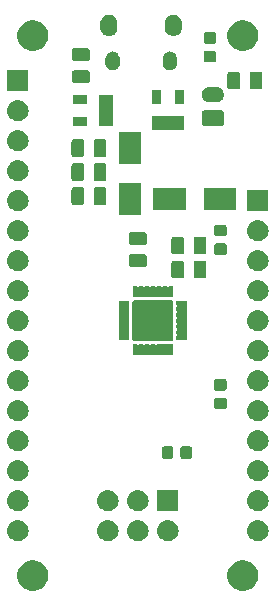
<source format=gbs>
G04 #@! TF.GenerationSoftware,KiCad,Pcbnew,5.0.2+dfsg1-1*
G04 #@! TF.CreationDate,2019-04-15T18:08:30-07:00*
G04 #@! TF.ProjectId,feather51,66656174-6865-4723-9531-2e6b69636164,A*
G04 #@! TF.SameCoordinates,Original*
G04 #@! TF.FileFunction,Soldermask,Bot*
G04 #@! TF.FilePolarity,Negative*
%FSLAX46Y46*%
G04 Gerber Fmt 4.6, Leading zero omitted, Abs format (unit mm)*
G04 Created by KiCad (PCBNEW 5.0.2+dfsg1-1) date Mon 15 Apr 2019 06:08:30 PM PDT*
%MOMM*%
%LPD*%
G01*
G04 APERTURE LIST*
%ADD10C,0.100000*%
G04 APERTURE END LIST*
D10*
G36*
X143889485Y-91458996D02*
X143889487Y-91458997D01*
X143889488Y-91458997D01*
X144126255Y-91557069D01*
X144339342Y-91699449D01*
X144520551Y-91880658D01*
X144662931Y-92093745D01*
X144761004Y-92330515D01*
X144811000Y-92581861D01*
X144811000Y-92838139D01*
X144761004Y-93089485D01*
X144662931Y-93326255D01*
X144520551Y-93539342D01*
X144339342Y-93720551D01*
X144339339Y-93720553D01*
X144126255Y-93862931D01*
X143889488Y-93961003D01*
X143889487Y-93961003D01*
X143889485Y-93961004D01*
X143638139Y-94011000D01*
X143381861Y-94011000D01*
X143130515Y-93961004D01*
X143130513Y-93961003D01*
X143130512Y-93961003D01*
X142893745Y-93862931D01*
X142680661Y-93720553D01*
X142680658Y-93720551D01*
X142499449Y-93539342D01*
X142357069Y-93326255D01*
X142258996Y-93089485D01*
X142209000Y-92838139D01*
X142209000Y-92581861D01*
X142258996Y-92330515D01*
X142357069Y-92093745D01*
X142499449Y-91880658D01*
X142680658Y-91699449D01*
X142893745Y-91557069D01*
X143130512Y-91458997D01*
X143130513Y-91458997D01*
X143130515Y-91458996D01*
X143381861Y-91409000D01*
X143638139Y-91409000D01*
X143889485Y-91458996D01*
X143889485Y-91458996D01*
G37*
G36*
X126109485Y-91458996D02*
X126109487Y-91458997D01*
X126109488Y-91458997D01*
X126346255Y-91557069D01*
X126559342Y-91699449D01*
X126740551Y-91880658D01*
X126882931Y-92093745D01*
X126981004Y-92330515D01*
X127031000Y-92581861D01*
X127031000Y-92838139D01*
X126981004Y-93089485D01*
X126882931Y-93326255D01*
X126740551Y-93539342D01*
X126559342Y-93720551D01*
X126559339Y-93720553D01*
X126346255Y-93862931D01*
X126109488Y-93961003D01*
X126109487Y-93961003D01*
X126109485Y-93961004D01*
X125858139Y-94011000D01*
X125601861Y-94011000D01*
X125350515Y-93961004D01*
X125350513Y-93961003D01*
X125350512Y-93961003D01*
X125113745Y-93862931D01*
X124900661Y-93720553D01*
X124900658Y-93720551D01*
X124719449Y-93539342D01*
X124577069Y-93326255D01*
X124478996Y-93089485D01*
X124429000Y-92838139D01*
X124429000Y-92581861D01*
X124478996Y-92330515D01*
X124577069Y-92093745D01*
X124719449Y-91880658D01*
X124900658Y-91699449D01*
X125113745Y-91557069D01*
X125350512Y-91458997D01*
X125350513Y-91458997D01*
X125350515Y-91458996D01*
X125601861Y-91409000D01*
X125858139Y-91409000D01*
X126109485Y-91458996D01*
X126109485Y-91458996D01*
G37*
G36*
X144890443Y-88005519D02*
X144956627Y-88012037D01*
X145069853Y-88046384D01*
X145126467Y-88063557D01*
X145265087Y-88137652D01*
X145282991Y-88147222D01*
X145318729Y-88176552D01*
X145420186Y-88259814D01*
X145503448Y-88361271D01*
X145532778Y-88397009D01*
X145532779Y-88397011D01*
X145616443Y-88553533D01*
X145616443Y-88553534D01*
X145667963Y-88723373D01*
X145685359Y-88900000D01*
X145667963Y-89076627D01*
X145633616Y-89189853D01*
X145616443Y-89246467D01*
X145542348Y-89385087D01*
X145532778Y-89402991D01*
X145503448Y-89438729D01*
X145420186Y-89540186D01*
X145318729Y-89623448D01*
X145282991Y-89652778D01*
X145282989Y-89652779D01*
X145126467Y-89736443D01*
X145069853Y-89753616D01*
X144956627Y-89787963D01*
X144890443Y-89794481D01*
X144824260Y-89801000D01*
X144735740Y-89801000D01*
X144669557Y-89794481D01*
X144603373Y-89787963D01*
X144490147Y-89753616D01*
X144433533Y-89736443D01*
X144277011Y-89652779D01*
X144277009Y-89652778D01*
X144241271Y-89623448D01*
X144139814Y-89540186D01*
X144056552Y-89438729D01*
X144027222Y-89402991D01*
X144017652Y-89385087D01*
X143943557Y-89246467D01*
X143926384Y-89189853D01*
X143892037Y-89076627D01*
X143874641Y-88900000D01*
X143892037Y-88723373D01*
X143943557Y-88553534D01*
X143943557Y-88553533D01*
X144027221Y-88397011D01*
X144027222Y-88397009D01*
X144056552Y-88361271D01*
X144139814Y-88259814D01*
X144241271Y-88176552D01*
X144277009Y-88147222D01*
X144294913Y-88137652D01*
X144433533Y-88063557D01*
X144490147Y-88046384D01*
X144603373Y-88012037D01*
X144669557Y-88005519D01*
X144735740Y-87999000D01*
X144824260Y-87999000D01*
X144890443Y-88005519D01*
X144890443Y-88005519D01*
G37*
G36*
X132190443Y-88005519D02*
X132256627Y-88012037D01*
X132369853Y-88046384D01*
X132426467Y-88063557D01*
X132565087Y-88137652D01*
X132582991Y-88147222D01*
X132618729Y-88176552D01*
X132720186Y-88259814D01*
X132803448Y-88361271D01*
X132832778Y-88397009D01*
X132832779Y-88397011D01*
X132916443Y-88553533D01*
X132916443Y-88553534D01*
X132967963Y-88723373D01*
X132985359Y-88900000D01*
X132967963Y-89076627D01*
X132933616Y-89189853D01*
X132916443Y-89246467D01*
X132842348Y-89385087D01*
X132832778Y-89402991D01*
X132803448Y-89438729D01*
X132720186Y-89540186D01*
X132618729Y-89623448D01*
X132582991Y-89652778D01*
X132582989Y-89652779D01*
X132426467Y-89736443D01*
X132369853Y-89753616D01*
X132256627Y-89787963D01*
X132190443Y-89794481D01*
X132124260Y-89801000D01*
X132035740Y-89801000D01*
X131969557Y-89794481D01*
X131903373Y-89787963D01*
X131790147Y-89753616D01*
X131733533Y-89736443D01*
X131577011Y-89652779D01*
X131577009Y-89652778D01*
X131541271Y-89623448D01*
X131439814Y-89540186D01*
X131356552Y-89438729D01*
X131327222Y-89402991D01*
X131317652Y-89385087D01*
X131243557Y-89246467D01*
X131226384Y-89189853D01*
X131192037Y-89076627D01*
X131174641Y-88900000D01*
X131192037Y-88723373D01*
X131243557Y-88553534D01*
X131243557Y-88553533D01*
X131327221Y-88397011D01*
X131327222Y-88397009D01*
X131356552Y-88361271D01*
X131439814Y-88259814D01*
X131541271Y-88176552D01*
X131577009Y-88147222D01*
X131594913Y-88137652D01*
X131733533Y-88063557D01*
X131790147Y-88046384D01*
X131903373Y-88012037D01*
X131969557Y-88005519D01*
X132035740Y-87999000D01*
X132124260Y-87999000D01*
X132190443Y-88005519D01*
X132190443Y-88005519D01*
G37*
G36*
X134730443Y-88005519D02*
X134796627Y-88012037D01*
X134909853Y-88046384D01*
X134966467Y-88063557D01*
X135105087Y-88137652D01*
X135122991Y-88147222D01*
X135158729Y-88176552D01*
X135260186Y-88259814D01*
X135343448Y-88361271D01*
X135372778Y-88397009D01*
X135372779Y-88397011D01*
X135456443Y-88553533D01*
X135456443Y-88553534D01*
X135507963Y-88723373D01*
X135525359Y-88900000D01*
X135507963Y-89076627D01*
X135473616Y-89189853D01*
X135456443Y-89246467D01*
X135382348Y-89385087D01*
X135372778Y-89402991D01*
X135343448Y-89438729D01*
X135260186Y-89540186D01*
X135158729Y-89623448D01*
X135122991Y-89652778D01*
X135122989Y-89652779D01*
X134966467Y-89736443D01*
X134909853Y-89753616D01*
X134796627Y-89787963D01*
X134730443Y-89794481D01*
X134664260Y-89801000D01*
X134575740Y-89801000D01*
X134509557Y-89794481D01*
X134443373Y-89787963D01*
X134330147Y-89753616D01*
X134273533Y-89736443D01*
X134117011Y-89652779D01*
X134117009Y-89652778D01*
X134081271Y-89623448D01*
X133979814Y-89540186D01*
X133896552Y-89438729D01*
X133867222Y-89402991D01*
X133857652Y-89385087D01*
X133783557Y-89246467D01*
X133766384Y-89189853D01*
X133732037Y-89076627D01*
X133714641Y-88900000D01*
X133732037Y-88723373D01*
X133783557Y-88553534D01*
X133783557Y-88553533D01*
X133867221Y-88397011D01*
X133867222Y-88397009D01*
X133896552Y-88361271D01*
X133979814Y-88259814D01*
X134081271Y-88176552D01*
X134117009Y-88147222D01*
X134134913Y-88137652D01*
X134273533Y-88063557D01*
X134330147Y-88046384D01*
X134443373Y-88012037D01*
X134509557Y-88005519D01*
X134575740Y-87999000D01*
X134664260Y-87999000D01*
X134730443Y-88005519D01*
X134730443Y-88005519D01*
G37*
G36*
X137270443Y-88005519D02*
X137336627Y-88012037D01*
X137449853Y-88046384D01*
X137506467Y-88063557D01*
X137645087Y-88137652D01*
X137662991Y-88147222D01*
X137698729Y-88176552D01*
X137800186Y-88259814D01*
X137883448Y-88361271D01*
X137912778Y-88397009D01*
X137912779Y-88397011D01*
X137996443Y-88553533D01*
X137996443Y-88553534D01*
X138047963Y-88723373D01*
X138065359Y-88900000D01*
X138047963Y-89076627D01*
X138013616Y-89189853D01*
X137996443Y-89246467D01*
X137922348Y-89385087D01*
X137912778Y-89402991D01*
X137883448Y-89438729D01*
X137800186Y-89540186D01*
X137698729Y-89623448D01*
X137662991Y-89652778D01*
X137662989Y-89652779D01*
X137506467Y-89736443D01*
X137449853Y-89753616D01*
X137336627Y-89787963D01*
X137270443Y-89794481D01*
X137204260Y-89801000D01*
X137115740Y-89801000D01*
X137049557Y-89794481D01*
X136983373Y-89787963D01*
X136870147Y-89753616D01*
X136813533Y-89736443D01*
X136657011Y-89652779D01*
X136657009Y-89652778D01*
X136621271Y-89623448D01*
X136519814Y-89540186D01*
X136436552Y-89438729D01*
X136407222Y-89402991D01*
X136397652Y-89385087D01*
X136323557Y-89246467D01*
X136306384Y-89189853D01*
X136272037Y-89076627D01*
X136254641Y-88900000D01*
X136272037Y-88723373D01*
X136323557Y-88553534D01*
X136323557Y-88553533D01*
X136407221Y-88397011D01*
X136407222Y-88397009D01*
X136436552Y-88361271D01*
X136519814Y-88259814D01*
X136621271Y-88176552D01*
X136657009Y-88147222D01*
X136674913Y-88137652D01*
X136813533Y-88063557D01*
X136870147Y-88046384D01*
X136983373Y-88012037D01*
X137049557Y-88005519D01*
X137115740Y-87999000D01*
X137204260Y-87999000D01*
X137270443Y-88005519D01*
X137270443Y-88005519D01*
G37*
G36*
X124570443Y-88005519D02*
X124636627Y-88012037D01*
X124749853Y-88046384D01*
X124806467Y-88063557D01*
X124945087Y-88137652D01*
X124962991Y-88147222D01*
X124998729Y-88176552D01*
X125100186Y-88259814D01*
X125183448Y-88361271D01*
X125212778Y-88397009D01*
X125212779Y-88397011D01*
X125296443Y-88553533D01*
X125296443Y-88553534D01*
X125347963Y-88723373D01*
X125365359Y-88900000D01*
X125347963Y-89076627D01*
X125313616Y-89189853D01*
X125296443Y-89246467D01*
X125222348Y-89385087D01*
X125212778Y-89402991D01*
X125183448Y-89438729D01*
X125100186Y-89540186D01*
X124998729Y-89623448D01*
X124962991Y-89652778D01*
X124962989Y-89652779D01*
X124806467Y-89736443D01*
X124749853Y-89753616D01*
X124636627Y-89787963D01*
X124570443Y-89794481D01*
X124504260Y-89801000D01*
X124415740Y-89801000D01*
X124349557Y-89794481D01*
X124283373Y-89787963D01*
X124170147Y-89753616D01*
X124113533Y-89736443D01*
X123957011Y-89652779D01*
X123957009Y-89652778D01*
X123921271Y-89623448D01*
X123819814Y-89540186D01*
X123736552Y-89438729D01*
X123707222Y-89402991D01*
X123697652Y-89385087D01*
X123623557Y-89246467D01*
X123606384Y-89189853D01*
X123572037Y-89076627D01*
X123554641Y-88900000D01*
X123572037Y-88723373D01*
X123623557Y-88553534D01*
X123623557Y-88553533D01*
X123707221Y-88397011D01*
X123707222Y-88397009D01*
X123736552Y-88361271D01*
X123819814Y-88259814D01*
X123921271Y-88176552D01*
X123957009Y-88147222D01*
X123974913Y-88137652D01*
X124113533Y-88063557D01*
X124170147Y-88046384D01*
X124283373Y-88012037D01*
X124349557Y-88005519D01*
X124415740Y-87999000D01*
X124504260Y-87999000D01*
X124570443Y-88005519D01*
X124570443Y-88005519D01*
G37*
G36*
X132190442Y-85465518D02*
X132256627Y-85472037D01*
X132369853Y-85506384D01*
X132426467Y-85523557D01*
X132565087Y-85597652D01*
X132582991Y-85607222D01*
X132618729Y-85636552D01*
X132720186Y-85719814D01*
X132803448Y-85821271D01*
X132832778Y-85857009D01*
X132832779Y-85857011D01*
X132916443Y-86013533D01*
X132916443Y-86013534D01*
X132967963Y-86183373D01*
X132985359Y-86360000D01*
X132967963Y-86536627D01*
X132933616Y-86649853D01*
X132916443Y-86706467D01*
X132842348Y-86845087D01*
X132832778Y-86862991D01*
X132803448Y-86898729D01*
X132720186Y-87000186D01*
X132618729Y-87083448D01*
X132582991Y-87112778D01*
X132582989Y-87112779D01*
X132426467Y-87196443D01*
X132369853Y-87213616D01*
X132256627Y-87247963D01*
X132190442Y-87254482D01*
X132124260Y-87261000D01*
X132035740Y-87261000D01*
X131969558Y-87254482D01*
X131903373Y-87247963D01*
X131790147Y-87213616D01*
X131733533Y-87196443D01*
X131577011Y-87112779D01*
X131577009Y-87112778D01*
X131541271Y-87083448D01*
X131439814Y-87000186D01*
X131356552Y-86898729D01*
X131327222Y-86862991D01*
X131317652Y-86845087D01*
X131243557Y-86706467D01*
X131226384Y-86649853D01*
X131192037Y-86536627D01*
X131174641Y-86360000D01*
X131192037Y-86183373D01*
X131243557Y-86013534D01*
X131243557Y-86013533D01*
X131327221Y-85857011D01*
X131327222Y-85857009D01*
X131356552Y-85821271D01*
X131439814Y-85719814D01*
X131541271Y-85636552D01*
X131577009Y-85607222D01*
X131594913Y-85597652D01*
X131733533Y-85523557D01*
X131790147Y-85506384D01*
X131903373Y-85472037D01*
X131969558Y-85465518D01*
X132035740Y-85459000D01*
X132124260Y-85459000D01*
X132190442Y-85465518D01*
X132190442Y-85465518D01*
G37*
G36*
X144890442Y-85465518D02*
X144956627Y-85472037D01*
X145069853Y-85506384D01*
X145126467Y-85523557D01*
X145265087Y-85597652D01*
X145282991Y-85607222D01*
X145318729Y-85636552D01*
X145420186Y-85719814D01*
X145503448Y-85821271D01*
X145532778Y-85857009D01*
X145532779Y-85857011D01*
X145616443Y-86013533D01*
X145616443Y-86013534D01*
X145667963Y-86183373D01*
X145685359Y-86360000D01*
X145667963Y-86536627D01*
X145633616Y-86649853D01*
X145616443Y-86706467D01*
X145542348Y-86845087D01*
X145532778Y-86862991D01*
X145503448Y-86898729D01*
X145420186Y-87000186D01*
X145318729Y-87083448D01*
X145282991Y-87112778D01*
X145282989Y-87112779D01*
X145126467Y-87196443D01*
X145069853Y-87213616D01*
X144956627Y-87247963D01*
X144890442Y-87254482D01*
X144824260Y-87261000D01*
X144735740Y-87261000D01*
X144669558Y-87254482D01*
X144603373Y-87247963D01*
X144490147Y-87213616D01*
X144433533Y-87196443D01*
X144277011Y-87112779D01*
X144277009Y-87112778D01*
X144241271Y-87083448D01*
X144139814Y-87000186D01*
X144056552Y-86898729D01*
X144027222Y-86862991D01*
X144017652Y-86845087D01*
X143943557Y-86706467D01*
X143926384Y-86649853D01*
X143892037Y-86536627D01*
X143874641Y-86360000D01*
X143892037Y-86183373D01*
X143943557Y-86013534D01*
X143943557Y-86013533D01*
X144027221Y-85857011D01*
X144027222Y-85857009D01*
X144056552Y-85821271D01*
X144139814Y-85719814D01*
X144241271Y-85636552D01*
X144277009Y-85607222D01*
X144294913Y-85597652D01*
X144433533Y-85523557D01*
X144490147Y-85506384D01*
X144603373Y-85472037D01*
X144669558Y-85465518D01*
X144735740Y-85459000D01*
X144824260Y-85459000D01*
X144890442Y-85465518D01*
X144890442Y-85465518D01*
G37*
G36*
X134730442Y-85465518D02*
X134796627Y-85472037D01*
X134909853Y-85506384D01*
X134966467Y-85523557D01*
X135105087Y-85597652D01*
X135122991Y-85607222D01*
X135158729Y-85636552D01*
X135260186Y-85719814D01*
X135343448Y-85821271D01*
X135372778Y-85857009D01*
X135372779Y-85857011D01*
X135456443Y-86013533D01*
X135456443Y-86013534D01*
X135507963Y-86183373D01*
X135525359Y-86360000D01*
X135507963Y-86536627D01*
X135473616Y-86649853D01*
X135456443Y-86706467D01*
X135382348Y-86845087D01*
X135372778Y-86862991D01*
X135343448Y-86898729D01*
X135260186Y-87000186D01*
X135158729Y-87083448D01*
X135122991Y-87112778D01*
X135122989Y-87112779D01*
X134966467Y-87196443D01*
X134909853Y-87213616D01*
X134796627Y-87247963D01*
X134730442Y-87254482D01*
X134664260Y-87261000D01*
X134575740Y-87261000D01*
X134509558Y-87254482D01*
X134443373Y-87247963D01*
X134330147Y-87213616D01*
X134273533Y-87196443D01*
X134117011Y-87112779D01*
X134117009Y-87112778D01*
X134081271Y-87083448D01*
X133979814Y-87000186D01*
X133896552Y-86898729D01*
X133867222Y-86862991D01*
X133857652Y-86845087D01*
X133783557Y-86706467D01*
X133766384Y-86649853D01*
X133732037Y-86536627D01*
X133714641Y-86360000D01*
X133732037Y-86183373D01*
X133783557Y-86013534D01*
X133783557Y-86013533D01*
X133867221Y-85857011D01*
X133867222Y-85857009D01*
X133896552Y-85821271D01*
X133979814Y-85719814D01*
X134081271Y-85636552D01*
X134117009Y-85607222D01*
X134134913Y-85597652D01*
X134273533Y-85523557D01*
X134330147Y-85506384D01*
X134443373Y-85472037D01*
X134509558Y-85465518D01*
X134575740Y-85459000D01*
X134664260Y-85459000D01*
X134730442Y-85465518D01*
X134730442Y-85465518D01*
G37*
G36*
X138061000Y-87261000D02*
X136259000Y-87261000D01*
X136259000Y-85459000D01*
X138061000Y-85459000D01*
X138061000Y-87261000D01*
X138061000Y-87261000D01*
G37*
G36*
X124570442Y-85465518D02*
X124636627Y-85472037D01*
X124749853Y-85506384D01*
X124806467Y-85523557D01*
X124945087Y-85597652D01*
X124962991Y-85607222D01*
X124998729Y-85636552D01*
X125100186Y-85719814D01*
X125183448Y-85821271D01*
X125212778Y-85857009D01*
X125212779Y-85857011D01*
X125296443Y-86013533D01*
X125296443Y-86013534D01*
X125347963Y-86183373D01*
X125365359Y-86360000D01*
X125347963Y-86536627D01*
X125313616Y-86649853D01*
X125296443Y-86706467D01*
X125222348Y-86845087D01*
X125212778Y-86862991D01*
X125183448Y-86898729D01*
X125100186Y-87000186D01*
X124998729Y-87083448D01*
X124962991Y-87112778D01*
X124962989Y-87112779D01*
X124806467Y-87196443D01*
X124749853Y-87213616D01*
X124636627Y-87247963D01*
X124570442Y-87254482D01*
X124504260Y-87261000D01*
X124415740Y-87261000D01*
X124349558Y-87254482D01*
X124283373Y-87247963D01*
X124170147Y-87213616D01*
X124113533Y-87196443D01*
X123957011Y-87112779D01*
X123957009Y-87112778D01*
X123921271Y-87083448D01*
X123819814Y-87000186D01*
X123736552Y-86898729D01*
X123707222Y-86862991D01*
X123697652Y-86845087D01*
X123623557Y-86706467D01*
X123606384Y-86649853D01*
X123572037Y-86536627D01*
X123554641Y-86360000D01*
X123572037Y-86183373D01*
X123623557Y-86013534D01*
X123623557Y-86013533D01*
X123707221Y-85857011D01*
X123707222Y-85857009D01*
X123736552Y-85821271D01*
X123819814Y-85719814D01*
X123921271Y-85636552D01*
X123957009Y-85607222D01*
X123974913Y-85597652D01*
X124113533Y-85523557D01*
X124170147Y-85506384D01*
X124283373Y-85472037D01*
X124349558Y-85465518D01*
X124415740Y-85459000D01*
X124504260Y-85459000D01*
X124570442Y-85465518D01*
X124570442Y-85465518D01*
G37*
G36*
X144890443Y-82925519D02*
X144956627Y-82932037D01*
X145069853Y-82966384D01*
X145126467Y-82983557D01*
X145265087Y-83057652D01*
X145282991Y-83067222D01*
X145318729Y-83096552D01*
X145420186Y-83179814D01*
X145503448Y-83281271D01*
X145532778Y-83317009D01*
X145532779Y-83317011D01*
X145616443Y-83473533D01*
X145616443Y-83473534D01*
X145667963Y-83643373D01*
X145685359Y-83820000D01*
X145667963Y-83996627D01*
X145633616Y-84109853D01*
X145616443Y-84166467D01*
X145542348Y-84305087D01*
X145532778Y-84322991D01*
X145503448Y-84358729D01*
X145420186Y-84460186D01*
X145318729Y-84543448D01*
X145282991Y-84572778D01*
X145282989Y-84572779D01*
X145126467Y-84656443D01*
X145069853Y-84673616D01*
X144956627Y-84707963D01*
X144890443Y-84714481D01*
X144824260Y-84721000D01*
X144735740Y-84721000D01*
X144669557Y-84714481D01*
X144603373Y-84707963D01*
X144490147Y-84673616D01*
X144433533Y-84656443D01*
X144277011Y-84572779D01*
X144277009Y-84572778D01*
X144241271Y-84543448D01*
X144139814Y-84460186D01*
X144056552Y-84358729D01*
X144027222Y-84322991D01*
X144017652Y-84305087D01*
X143943557Y-84166467D01*
X143926384Y-84109853D01*
X143892037Y-83996627D01*
X143874641Y-83820000D01*
X143892037Y-83643373D01*
X143943557Y-83473534D01*
X143943557Y-83473533D01*
X144027221Y-83317011D01*
X144027222Y-83317009D01*
X144056552Y-83281271D01*
X144139814Y-83179814D01*
X144241271Y-83096552D01*
X144277009Y-83067222D01*
X144294913Y-83057652D01*
X144433533Y-82983557D01*
X144490147Y-82966384D01*
X144603373Y-82932037D01*
X144669557Y-82925519D01*
X144735740Y-82919000D01*
X144824260Y-82919000D01*
X144890443Y-82925519D01*
X144890443Y-82925519D01*
G37*
G36*
X124570443Y-82925519D02*
X124636627Y-82932037D01*
X124749853Y-82966384D01*
X124806467Y-82983557D01*
X124945087Y-83057652D01*
X124962991Y-83067222D01*
X124998729Y-83096552D01*
X125100186Y-83179814D01*
X125183448Y-83281271D01*
X125212778Y-83317009D01*
X125212779Y-83317011D01*
X125296443Y-83473533D01*
X125296443Y-83473534D01*
X125347963Y-83643373D01*
X125365359Y-83820000D01*
X125347963Y-83996627D01*
X125313616Y-84109853D01*
X125296443Y-84166467D01*
X125222348Y-84305087D01*
X125212778Y-84322991D01*
X125183448Y-84358729D01*
X125100186Y-84460186D01*
X124998729Y-84543448D01*
X124962991Y-84572778D01*
X124962989Y-84572779D01*
X124806467Y-84656443D01*
X124749853Y-84673616D01*
X124636627Y-84707963D01*
X124570443Y-84714481D01*
X124504260Y-84721000D01*
X124415740Y-84721000D01*
X124349557Y-84714481D01*
X124283373Y-84707963D01*
X124170147Y-84673616D01*
X124113533Y-84656443D01*
X123957011Y-84572779D01*
X123957009Y-84572778D01*
X123921271Y-84543448D01*
X123819814Y-84460186D01*
X123736552Y-84358729D01*
X123707222Y-84322991D01*
X123697652Y-84305087D01*
X123623557Y-84166467D01*
X123606384Y-84109853D01*
X123572037Y-83996627D01*
X123554641Y-83820000D01*
X123572037Y-83643373D01*
X123623557Y-83473534D01*
X123623557Y-83473533D01*
X123707221Y-83317011D01*
X123707222Y-83317009D01*
X123736552Y-83281271D01*
X123819814Y-83179814D01*
X123921271Y-83096552D01*
X123957009Y-83067222D01*
X123974913Y-83057652D01*
X124113533Y-82983557D01*
X124170147Y-82966384D01*
X124283373Y-82932037D01*
X124349557Y-82925519D01*
X124415740Y-82919000D01*
X124504260Y-82919000D01*
X124570443Y-82925519D01*
X124570443Y-82925519D01*
G37*
G36*
X139051591Y-81774085D02*
X139085569Y-81784393D01*
X139116887Y-81801133D01*
X139144339Y-81823661D01*
X139166867Y-81851113D01*
X139183607Y-81882431D01*
X139193915Y-81916409D01*
X139198000Y-81957890D01*
X139198000Y-82634110D01*
X139193915Y-82675591D01*
X139183607Y-82709569D01*
X139166867Y-82740887D01*
X139144339Y-82768339D01*
X139116887Y-82790867D01*
X139085569Y-82807607D01*
X139051591Y-82817915D01*
X139010110Y-82822000D01*
X138408890Y-82822000D01*
X138367409Y-82817915D01*
X138333431Y-82807607D01*
X138302113Y-82790867D01*
X138274661Y-82768339D01*
X138252133Y-82740887D01*
X138235393Y-82709569D01*
X138225085Y-82675591D01*
X138221000Y-82634110D01*
X138221000Y-81957890D01*
X138225085Y-81916409D01*
X138235393Y-81882431D01*
X138252133Y-81851113D01*
X138274661Y-81823661D01*
X138302113Y-81801133D01*
X138333431Y-81784393D01*
X138367409Y-81774085D01*
X138408890Y-81770000D01*
X139010110Y-81770000D01*
X139051591Y-81774085D01*
X139051591Y-81774085D01*
G37*
G36*
X137476591Y-81774085D02*
X137510569Y-81784393D01*
X137541887Y-81801133D01*
X137569339Y-81823661D01*
X137591867Y-81851113D01*
X137608607Y-81882431D01*
X137618915Y-81916409D01*
X137623000Y-81957890D01*
X137623000Y-82634110D01*
X137618915Y-82675591D01*
X137608607Y-82709569D01*
X137591867Y-82740887D01*
X137569339Y-82768339D01*
X137541887Y-82790867D01*
X137510569Y-82807607D01*
X137476591Y-82817915D01*
X137435110Y-82822000D01*
X136833890Y-82822000D01*
X136792409Y-82817915D01*
X136758431Y-82807607D01*
X136727113Y-82790867D01*
X136699661Y-82768339D01*
X136677133Y-82740887D01*
X136660393Y-82709569D01*
X136650085Y-82675591D01*
X136646000Y-82634110D01*
X136646000Y-81957890D01*
X136650085Y-81916409D01*
X136660393Y-81882431D01*
X136677133Y-81851113D01*
X136699661Y-81823661D01*
X136727113Y-81801133D01*
X136758431Y-81784393D01*
X136792409Y-81774085D01*
X136833890Y-81770000D01*
X137435110Y-81770000D01*
X137476591Y-81774085D01*
X137476591Y-81774085D01*
G37*
G36*
X124570442Y-80385518D02*
X124636627Y-80392037D01*
X124749853Y-80426384D01*
X124806467Y-80443557D01*
X124945087Y-80517652D01*
X124962991Y-80527222D01*
X124998729Y-80556552D01*
X125100186Y-80639814D01*
X125183448Y-80741271D01*
X125212778Y-80777009D01*
X125212779Y-80777011D01*
X125296443Y-80933533D01*
X125296443Y-80933534D01*
X125347963Y-81103373D01*
X125365359Y-81280000D01*
X125347963Y-81456627D01*
X125313616Y-81569853D01*
X125296443Y-81626467D01*
X125222348Y-81765087D01*
X125212778Y-81782991D01*
X125211627Y-81784393D01*
X125100186Y-81920186D01*
X124998729Y-82003448D01*
X124962991Y-82032778D01*
X124962989Y-82032779D01*
X124806467Y-82116443D01*
X124749853Y-82133616D01*
X124636627Y-82167963D01*
X124570443Y-82174481D01*
X124504260Y-82181000D01*
X124415740Y-82181000D01*
X124349557Y-82174481D01*
X124283373Y-82167963D01*
X124170147Y-82133616D01*
X124113533Y-82116443D01*
X123957011Y-82032779D01*
X123957009Y-82032778D01*
X123921271Y-82003448D01*
X123819814Y-81920186D01*
X123708373Y-81784393D01*
X123707222Y-81782991D01*
X123697652Y-81765087D01*
X123623557Y-81626467D01*
X123606384Y-81569853D01*
X123572037Y-81456627D01*
X123554641Y-81280000D01*
X123572037Y-81103373D01*
X123623557Y-80933534D01*
X123623557Y-80933533D01*
X123707221Y-80777011D01*
X123707222Y-80777009D01*
X123736552Y-80741271D01*
X123819814Y-80639814D01*
X123921271Y-80556552D01*
X123957009Y-80527222D01*
X123974913Y-80517652D01*
X124113533Y-80443557D01*
X124170147Y-80426384D01*
X124283373Y-80392037D01*
X124349558Y-80385518D01*
X124415740Y-80379000D01*
X124504260Y-80379000D01*
X124570442Y-80385518D01*
X124570442Y-80385518D01*
G37*
G36*
X144890442Y-80385518D02*
X144956627Y-80392037D01*
X145069853Y-80426384D01*
X145126467Y-80443557D01*
X145265087Y-80517652D01*
X145282991Y-80527222D01*
X145318729Y-80556552D01*
X145420186Y-80639814D01*
X145503448Y-80741271D01*
X145532778Y-80777009D01*
X145532779Y-80777011D01*
X145616443Y-80933533D01*
X145616443Y-80933534D01*
X145667963Y-81103373D01*
X145685359Y-81280000D01*
X145667963Y-81456627D01*
X145633616Y-81569853D01*
X145616443Y-81626467D01*
X145542348Y-81765087D01*
X145532778Y-81782991D01*
X145531627Y-81784393D01*
X145420186Y-81920186D01*
X145318729Y-82003448D01*
X145282991Y-82032778D01*
X145282989Y-82032779D01*
X145126467Y-82116443D01*
X145069853Y-82133616D01*
X144956627Y-82167963D01*
X144890443Y-82174481D01*
X144824260Y-82181000D01*
X144735740Y-82181000D01*
X144669557Y-82174481D01*
X144603373Y-82167963D01*
X144490147Y-82133616D01*
X144433533Y-82116443D01*
X144277011Y-82032779D01*
X144277009Y-82032778D01*
X144241271Y-82003448D01*
X144139814Y-81920186D01*
X144028373Y-81784393D01*
X144027222Y-81782991D01*
X144017652Y-81765087D01*
X143943557Y-81626467D01*
X143926384Y-81569853D01*
X143892037Y-81456627D01*
X143874641Y-81280000D01*
X143892037Y-81103373D01*
X143943557Y-80933534D01*
X143943557Y-80933533D01*
X144027221Y-80777011D01*
X144027222Y-80777009D01*
X144056552Y-80741271D01*
X144139814Y-80639814D01*
X144241271Y-80556552D01*
X144277009Y-80527222D01*
X144294913Y-80517652D01*
X144433533Y-80443557D01*
X144490147Y-80426384D01*
X144603373Y-80392037D01*
X144669558Y-80385518D01*
X144735740Y-80379000D01*
X144824260Y-80379000D01*
X144890442Y-80385518D01*
X144890442Y-80385518D01*
G37*
G36*
X144890443Y-77845519D02*
X144956627Y-77852037D01*
X145069412Y-77886250D01*
X145126467Y-77903557D01*
X145265087Y-77977652D01*
X145282991Y-77987222D01*
X145318729Y-78016552D01*
X145420186Y-78099814D01*
X145503448Y-78201271D01*
X145532778Y-78237009D01*
X145532779Y-78237011D01*
X145616443Y-78393533D01*
X145616443Y-78393534D01*
X145667963Y-78563373D01*
X145685359Y-78740000D01*
X145667963Y-78916627D01*
X145633616Y-79029853D01*
X145616443Y-79086467D01*
X145542348Y-79225087D01*
X145532778Y-79242991D01*
X145503448Y-79278729D01*
X145420186Y-79380186D01*
X145318729Y-79463448D01*
X145282991Y-79492778D01*
X145282989Y-79492779D01*
X145126467Y-79576443D01*
X145069853Y-79593616D01*
X144956627Y-79627963D01*
X144890442Y-79634482D01*
X144824260Y-79641000D01*
X144735740Y-79641000D01*
X144669558Y-79634482D01*
X144603373Y-79627963D01*
X144490147Y-79593616D01*
X144433533Y-79576443D01*
X144277011Y-79492779D01*
X144277009Y-79492778D01*
X144241271Y-79463448D01*
X144139814Y-79380186D01*
X144056552Y-79278729D01*
X144027222Y-79242991D01*
X144017652Y-79225087D01*
X143943557Y-79086467D01*
X143926384Y-79029853D01*
X143892037Y-78916627D01*
X143874641Y-78740000D01*
X143892037Y-78563373D01*
X143943557Y-78393534D01*
X143943557Y-78393533D01*
X144027221Y-78237011D01*
X144027222Y-78237009D01*
X144056552Y-78201271D01*
X144139814Y-78099814D01*
X144241271Y-78016552D01*
X144277009Y-77987222D01*
X144294913Y-77977652D01*
X144433533Y-77903557D01*
X144490588Y-77886250D01*
X144603373Y-77852037D01*
X144669557Y-77845519D01*
X144735740Y-77839000D01*
X144824260Y-77839000D01*
X144890443Y-77845519D01*
X144890443Y-77845519D01*
G37*
G36*
X124570443Y-77845519D02*
X124636627Y-77852037D01*
X124749412Y-77886250D01*
X124806467Y-77903557D01*
X124945087Y-77977652D01*
X124962991Y-77987222D01*
X124998729Y-78016552D01*
X125100186Y-78099814D01*
X125183448Y-78201271D01*
X125212778Y-78237009D01*
X125212779Y-78237011D01*
X125296443Y-78393533D01*
X125296443Y-78393534D01*
X125347963Y-78563373D01*
X125365359Y-78740000D01*
X125347963Y-78916627D01*
X125313616Y-79029853D01*
X125296443Y-79086467D01*
X125222348Y-79225087D01*
X125212778Y-79242991D01*
X125183448Y-79278729D01*
X125100186Y-79380186D01*
X124998729Y-79463448D01*
X124962991Y-79492778D01*
X124962989Y-79492779D01*
X124806467Y-79576443D01*
X124749853Y-79593616D01*
X124636627Y-79627963D01*
X124570442Y-79634482D01*
X124504260Y-79641000D01*
X124415740Y-79641000D01*
X124349558Y-79634482D01*
X124283373Y-79627963D01*
X124170147Y-79593616D01*
X124113533Y-79576443D01*
X123957011Y-79492779D01*
X123957009Y-79492778D01*
X123921271Y-79463448D01*
X123819814Y-79380186D01*
X123736552Y-79278729D01*
X123707222Y-79242991D01*
X123697652Y-79225087D01*
X123623557Y-79086467D01*
X123606384Y-79029853D01*
X123572037Y-78916627D01*
X123554641Y-78740000D01*
X123572037Y-78563373D01*
X123623557Y-78393534D01*
X123623557Y-78393533D01*
X123707221Y-78237011D01*
X123707222Y-78237009D01*
X123736552Y-78201271D01*
X123819814Y-78099814D01*
X123921271Y-78016552D01*
X123957009Y-77987222D01*
X123974913Y-77977652D01*
X124113533Y-77903557D01*
X124170588Y-77886250D01*
X124283373Y-77852037D01*
X124349557Y-77845519D01*
X124415740Y-77839000D01*
X124504260Y-77839000D01*
X124570443Y-77845519D01*
X124570443Y-77845519D01*
G37*
G36*
X141984591Y-77646085D02*
X142018569Y-77656393D01*
X142049887Y-77673133D01*
X142077339Y-77695661D01*
X142099867Y-77723113D01*
X142116607Y-77754431D01*
X142126915Y-77788409D01*
X142131000Y-77829890D01*
X142131000Y-78431110D01*
X142126915Y-78472591D01*
X142116607Y-78506569D01*
X142099867Y-78537887D01*
X142077339Y-78565339D01*
X142049887Y-78587867D01*
X142018569Y-78604607D01*
X141984591Y-78614915D01*
X141943110Y-78619000D01*
X141266890Y-78619000D01*
X141225409Y-78614915D01*
X141191431Y-78604607D01*
X141160113Y-78587867D01*
X141132661Y-78565339D01*
X141110133Y-78537887D01*
X141093393Y-78506569D01*
X141083085Y-78472591D01*
X141079000Y-78431110D01*
X141079000Y-77829890D01*
X141083085Y-77788409D01*
X141093393Y-77754431D01*
X141110133Y-77723113D01*
X141132661Y-77695661D01*
X141160113Y-77673133D01*
X141191431Y-77656393D01*
X141225409Y-77646085D01*
X141266890Y-77642000D01*
X141943110Y-77642000D01*
X141984591Y-77646085D01*
X141984591Y-77646085D01*
G37*
G36*
X124570442Y-75305518D02*
X124636627Y-75312037D01*
X124749853Y-75346384D01*
X124806467Y-75363557D01*
X124945087Y-75437652D01*
X124962991Y-75447222D01*
X124998729Y-75476552D01*
X125100186Y-75559814D01*
X125183448Y-75661271D01*
X125212778Y-75697009D01*
X125212779Y-75697011D01*
X125296443Y-75853533D01*
X125296443Y-75853534D01*
X125347963Y-76023373D01*
X125365359Y-76200000D01*
X125347963Y-76376627D01*
X125313616Y-76489853D01*
X125296443Y-76546467D01*
X125222348Y-76685087D01*
X125212778Y-76702991D01*
X125183448Y-76738729D01*
X125100186Y-76840186D01*
X124998729Y-76923448D01*
X124962991Y-76952778D01*
X124962989Y-76952779D01*
X124806467Y-77036443D01*
X124781554Y-77044000D01*
X124636627Y-77087963D01*
X124570442Y-77094482D01*
X124504260Y-77101000D01*
X124415740Y-77101000D01*
X124349558Y-77094482D01*
X124283373Y-77087963D01*
X124138446Y-77044000D01*
X124113533Y-77036443D01*
X123957011Y-76952779D01*
X123957009Y-76952778D01*
X123921271Y-76923448D01*
X123819814Y-76840186D01*
X123736552Y-76738729D01*
X123707222Y-76702991D01*
X123697652Y-76685087D01*
X123623557Y-76546467D01*
X123606384Y-76489853D01*
X123572037Y-76376627D01*
X123554641Y-76200000D01*
X123572037Y-76023373D01*
X123623557Y-75853534D01*
X123623557Y-75853533D01*
X123707221Y-75697011D01*
X123707222Y-75697009D01*
X123736552Y-75661271D01*
X123819814Y-75559814D01*
X123921271Y-75476552D01*
X123957009Y-75447222D01*
X123974913Y-75437652D01*
X124113533Y-75363557D01*
X124170147Y-75346384D01*
X124283373Y-75312037D01*
X124349558Y-75305518D01*
X124415740Y-75299000D01*
X124504260Y-75299000D01*
X124570442Y-75305518D01*
X124570442Y-75305518D01*
G37*
G36*
X144890442Y-75305518D02*
X144956627Y-75312037D01*
X145069853Y-75346384D01*
X145126467Y-75363557D01*
X145265087Y-75437652D01*
X145282991Y-75447222D01*
X145318729Y-75476552D01*
X145420186Y-75559814D01*
X145503448Y-75661271D01*
X145532778Y-75697009D01*
X145532779Y-75697011D01*
X145616443Y-75853533D01*
X145616443Y-75853534D01*
X145667963Y-76023373D01*
X145685359Y-76200000D01*
X145667963Y-76376627D01*
X145633616Y-76489853D01*
X145616443Y-76546467D01*
X145542348Y-76685087D01*
X145532778Y-76702991D01*
X145503448Y-76738729D01*
X145420186Y-76840186D01*
X145318729Y-76923448D01*
X145282991Y-76952778D01*
X145282989Y-76952779D01*
X145126467Y-77036443D01*
X145101554Y-77044000D01*
X144956627Y-77087963D01*
X144890442Y-77094482D01*
X144824260Y-77101000D01*
X144735740Y-77101000D01*
X144669558Y-77094482D01*
X144603373Y-77087963D01*
X144458446Y-77044000D01*
X144433533Y-77036443D01*
X144277011Y-76952779D01*
X144277009Y-76952778D01*
X144241271Y-76923448D01*
X144139814Y-76840186D01*
X144056552Y-76738729D01*
X144027222Y-76702991D01*
X144017652Y-76685087D01*
X143943557Y-76546467D01*
X143926384Y-76489853D01*
X143892037Y-76376627D01*
X143874641Y-76200000D01*
X143892037Y-76023373D01*
X143943557Y-75853534D01*
X143943557Y-75853533D01*
X144027221Y-75697011D01*
X144027222Y-75697009D01*
X144056552Y-75661271D01*
X144139814Y-75559814D01*
X144241271Y-75476552D01*
X144277009Y-75447222D01*
X144294913Y-75437652D01*
X144433533Y-75363557D01*
X144490147Y-75346384D01*
X144603373Y-75312037D01*
X144669558Y-75305518D01*
X144735740Y-75299000D01*
X144824260Y-75299000D01*
X144890442Y-75305518D01*
X144890442Y-75305518D01*
G37*
G36*
X141984591Y-76071085D02*
X142018569Y-76081393D01*
X142049887Y-76098133D01*
X142077339Y-76120661D01*
X142099867Y-76148113D01*
X142116607Y-76179431D01*
X142126915Y-76213409D01*
X142131000Y-76254890D01*
X142131000Y-76856110D01*
X142126915Y-76897591D01*
X142116607Y-76931569D01*
X142099867Y-76962887D01*
X142077339Y-76990339D01*
X142049887Y-77012867D01*
X142018569Y-77029607D01*
X141984591Y-77039915D01*
X141943110Y-77044000D01*
X141266890Y-77044000D01*
X141225409Y-77039915D01*
X141191431Y-77029607D01*
X141160113Y-77012867D01*
X141132661Y-76990339D01*
X141110133Y-76962887D01*
X141093393Y-76931569D01*
X141083085Y-76897591D01*
X141079000Y-76856110D01*
X141079000Y-76254890D01*
X141083085Y-76213409D01*
X141093393Y-76179431D01*
X141110133Y-76148113D01*
X141132661Y-76120661D01*
X141160113Y-76098133D01*
X141191431Y-76081393D01*
X141225409Y-76071085D01*
X141266890Y-76067000D01*
X141943110Y-76067000D01*
X141984591Y-76071085D01*
X141984591Y-76071085D01*
G37*
G36*
X124558670Y-72764359D02*
X124636627Y-72772037D01*
X124737330Y-72802585D01*
X124806467Y-72823557D01*
X124848454Y-72846000D01*
X124962991Y-72907222D01*
X124998729Y-72936552D01*
X125100186Y-73019814D01*
X125181585Y-73119000D01*
X125212778Y-73157009D01*
X125221499Y-73173324D01*
X125296443Y-73313533D01*
X125296443Y-73313534D01*
X125347963Y-73483373D01*
X125365359Y-73660000D01*
X125347963Y-73836627D01*
X125318729Y-73933000D01*
X125296443Y-74006467D01*
X125222348Y-74145087D01*
X125212778Y-74162991D01*
X125183448Y-74198729D01*
X125100186Y-74300186D01*
X124998729Y-74383448D01*
X124962991Y-74412778D01*
X124962989Y-74412779D01*
X124806467Y-74496443D01*
X124749853Y-74513616D01*
X124636627Y-74547963D01*
X124570442Y-74554482D01*
X124504260Y-74561000D01*
X124415740Y-74561000D01*
X124349558Y-74554482D01*
X124283373Y-74547963D01*
X124170147Y-74513616D01*
X124113533Y-74496443D01*
X123957011Y-74412779D01*
X123957009Y-74412778D01*
X123921271Y-74383448D01*
X123819814Y-74300186D01*
X123736552Y-74198729D01*
X123707222Y-74162991D01*
X123697652Y-74145087D01*
X123623557Y-74006467D01*
X123601271Y-73933000D01*
X123572037Y-73836627D01*
X123554641Y-73660000D01*
X123572037Y-73483373D01*
X123623557Y-73313534D01*
X123623557Y-73313533D01*
X123698501Y-73173324D01*
X123707222Y-73157009D01*
X123738415Y-73119000D01*
X123819814Y-73019814D01*
X123921271Y-72936552D01*
X123957009Y-72907222D01*
X124071546Y-72846000D01*
X124113533Y-72823557D01*
X124182670Y-72802585D01*
X124283373Y-72772037D01*
X124361330Y-72764359D01*
X124415740Y-72759000D01*
X124504260Y-72759000D01*
X124558670Y-72764359D01*
X124558670Y-72764359D01*
G37*
G36*
X144878670Y-72764359D02*
X144956627Y-72772037D01*
X145057330Y-72802585D01*
X145126467Y-72823557D01*
X145168454Y-72846000D01*
X145282991Y-72907222D01*
X145318729Y-72936552D01*
X145420186Y-73019814D01*
X145501585Y-73119000D01*
X145532778Y-73157009D01*
X145541499Y-73173324D01*
X145616443Y-73313533D01*
X145616443Y-73313534D01*
X145667963Y-73483373D01*
X145685359Y-73660000D01*
X145667963Y-73836627D01*
X145638729Y-73933000D01*
X145616443Y-74006467D01*
X145542348Y-74145087D01*
X145532778Y-74162991D01*
X145503448Y-74198729D01*
X145420186Y-74300186D01*
X145318729Y-74383448D01*
X145282991Y-74412778D01*
X145282989Y-74412779D01*
X145126467Y-74496443D01*
X145069853Y-74513616D01*
X144956627Y-74547963D01*
X144890442Y-74554482D01*
X144824260Y-74561000D01*
X144735740Y-74561000D01*
X144669558Y-74554482D01*
X144603373Y-74547963D01*
X144490147Y-74513616D01*
X144433533Y-74496443D01*
X144277011Y-74412779D01*
X144277009Y-74412778D01*
X144241271Y-74383448D01*
X144139814Y-74300186D01*
X144056552Y-74198729D01*
X144027222Y-74162991D01*
X144017652Y-74145087D01*
X143943557Y-74006467D01*
X143921271Y-73933000D01*
X143892037Y-73836627D01*
X143874641Y-73660000D01*
X143892037Y-73483373D01*
X143943557Y-73313534D01*
X143943557Y-73313533D01*
X144018501Y-73173324D01*
X144027222Y-73157009D01*
X144058415Y-73119000D01*
X144139814Y-73019814D01*
X144241271Y-72936552D01*
X144277009Y-72907222D01*
X144391546Y-72846000D01*
X144433533Y-72823557D01*
X144502670Y-72802585D01*
X144603373Y-72772037D01*
X144681330Y-72764359D01*
X144735740Y-72759000D01*
X144824260Y-72759000D01*
X144878670Y-72764359D01*
X144878670Y-72764359D01*
G37*
G36*
X134545357Y-73120083D02*
X134550028Y-73121500D01*
X134554330Y-73123800D01*
X134560705Y-73129031D01*
X134581080Y-73142644D01*
X134603719Y-73152020D01*
X134627753Y-73156800D01*
X134652257Y-73156799D01*
X134676291Y-73152017D01*
X134698929Y-73142639D01*
X134719295Y-73129031D01*
X134725670Y-73123800D01*
X134729972Y-73121500D01*
X134734643Y-73120083D01*
X134745641Y-73119000D01*
X135034359Y-73119000D01*
X135045357Y-73120083D01*
X135050028Y-73121500D01*
X135054330Y-73123800D01*
X135060705Y-73129031D01*
X135081080Y-73142644D01*
X135103719Y-73152020D01*
X135127753Y-73156800D01*
X135152257Y-73156799D01*
X135176291Y-73152017D01*
X135198929Y-73142639D01*
X135219295Y-73129031D01*
X135225670Y-73123800D01*
X135229972Y-73121500D01*
X135234643Y-73120083D01*
X135245641Y-73119000D01*
X135534359Y-73119000D01*
X135545357Y-73120083D01*
X135550028Y-73121500D01*
X135554330Y-73123800D01*
X135560705Y-73129031D01*
X135581080Y-73142644D01*
X135603719Y-73152020D01*
X135627753Y-73156800D01*
X135652257Y-73156799D01*
X135676291Y-73152017D01*
X135698929Y-73142639D01*
X135719295Y-73129031D01*
X135725670Y-73123800D01*
X135729972Y-73121500D01*
X135734643Y-73120083D01*
X135745641Y-73119000D01*
X136034359Y-73119000D01*
X136045357Y-73120083D01*
X136050028Y-73121500D01*
X136054330Y-73123800D01*
X136060705Y-73129031D01*
X136081080Y-73142644D01*
X136103719Y-73152020D01*
X136127753Y-73156800D01*
X136152257Y-73156799D01*
X136176291Y-73152017D01*
X136198929Y-73142639D01*
X136219295Y-73129031D01*
X136225670Y-73123800D01*
X136229972Y-73121500D01*
X136234643Y-73120083D01*
X136245641Y-73119000D01*
X136534359Y-73119000D01*
X136545357Y-73120083D01*
X136550028Y-73121500D01*
X136554330Y-73123800D01*
X136560705Y-73129031D01*
X136581080Y-73142644D01*
X136603719Y-73152020D01*
X136627753Y-73156800D01*
X136652257Y-73156799D01*
X136676291Y-73152017D01*
X136698929Y-73142639D01*
X136719295Y-73129031D01*
X136725670Y-73123800D01*
X136729972Y-73121500D01*
X136734643Y-73120083D01*
X136745641Y-73119000D01*
X137034359Y-73119000D01*
X137045357Y-73120083D01*
X137050028Y-73121500D01*
X137054330Y-73123800D01*
X137060705Y-73129031D01*
X137081080Y-73142644D01*
X137103719Y-73152020D01*
X137127753Y-73156800D01*
X137152257Y-73156799D01*
X137176291Y-73152017D01*
X137198929Y-73142639D01*
X137219295Y-73129031D01*
X137225670Y-73123800D01*
X137229972Y-73121500D01*
X137234643Y-73120083D01*
X137245641Y-73119000D01*
X137534359Y-73119000D01*
X137545357Y-73120083D01*
X137550028Y-73121500D01*
X137554330Y-73123800D01*
X137558104Y-73126896D01*
X137561200Y-73130670D01*
X137563500Y-73134972D01*
X137564917Y-73139643D01*
X137566000Y-73150641D01*
X137566000Y-73989359D01*
X137564917Y-74000357D01*
X137563500Y-74005028D01*
X137561200Y-74009330D01*
X137558104Y-74013104D01*
X137554330Y-74016200D01*
X137550028Y-74018500D01*
X137545357Y-74019917D01*
X137534359Y-74021000D01*
X137245641Y-74021000D01*
X137234643Y-74019917D01*
X137229972Y-74018500D01*
X137225670Y-74016200D01*
X137219295Y-74010969D01*
X137198920Y-73997356D01*
X137176281Y-73987980D01*
X137152247Y-73983200D01*
X137127743Y-73983201D01*
X137103709Y-73987983D01*
X137081071Y-73997361D01*
X137060705Y-74010969D01*
X137054330Y-74016200D01*
X137050028Y-74018500D01*
X137045357Y-74019917D01*
X137034359Y-74021000D01*
X136745641Y-74021000D01*
X136734643Y-74019917D01*
X136729972Y-74018500D01*
X136725670Y-74016200D01*
X136719295Y-74010969D01*
X136698920Y-73997356D01*
X136676281Y-73987980D01*
X136652247Y-73983200D01*
X136627743Y-73983201D01*
X136603709Y-73987983D01*
X136581071Y-73997361D01*
X136560705Y-74010969D01*
X136554330Y-74016200D01*
X136550028Y-74018500D01*
X136545357Y-74019917D01*
X136534359Y-74021000D01*
X136245641Y-74021000D01*
X136234643Y-74019917D01*
X136229972Y-74018500D01*
X136225670Y-74016200D01*
X136219295Y-74010969D01*
X136198920Y-73997356D01*
X136176281Y-73987980D01*
X136152247Y-73983200D01*
X136127743Y-73983201D01*
X136103709Y-73987983D01*
X136081071Y-73997361D01*
X136060705Y-74010969D01*
X136054330Y-74016200D01*
X136050028Y-74018500D01*
X136045357Y-74019917D01*
X136034359Y-74021000D01*
X135745641Y-74021000D01*
X135734643Y-74019917D01*
X135729972Y-74018500D01*
X135725670Y-74016200D01*
X135719295Y-74010969D01*
X135698920Y-73997356D01*
X135676281Y-73987980D01*
X135652247Y-73983200D01*
X135627743Y-73983201D01*
X135603709Y-73987983D01*
X135581071Y-73997361D01*
X135560705Y-74010969D01*
X135554330Y-74016200D01*
X135550028Y-74018500D01*
X135545357Y-74019917D01*
X135534359Y-74021000D01*
X135245641Y-74021000D01*
X135234643Y-74019917D01*
X135229972Y-74018500D01*
X135225670Y-74016200D01*
X135219295Y-74010969D01*
X135198920Y-73997356D01*
X135176281Y-73987980D01*
X135152247Y-73983200D01*
X135127743Y-73983201D01*
X135103709Y-73987983D01*
X135081071Y-73997361D01*
X135060705Y-74010969D01*
X135054330Y-74016200D01*
X135050028Y-74018500D01*
X135045357Y-74019917D01*
X135034359Y-74021000D01*
X134745641Y-74021000D01*
X134734643Y-74019917D01*
X134729972Y-74018500D01*
X134725670Y-74016200D01*
X134719295Y-74010969D01*
X134698920Y-73997356D01*
X134676281Y-73987980D01*
X134652247Y-73983200D01*
X134627743Y-73983201D01*
X134603709Y-73987983D01*
X134581071Y-73997361D01*
X134560705Y-74010969D01*
X134554330Y-74016200D01*
X134550028Y-74018500D01*
X134545357Y-74019917D01*
X134534359Y-74021000D01*
X134245641Y-74021000D01*
X134234643Y-74019917D01*
X134229972Y-74018500D01*
X134225670Y-74016200D01*
X134221896Y-74013104D01*
X134218800Y-74009330D01*
X134216500Y-74005028D01*
X134215083Y-74000357D01*
X134214000Y-73989359D01*
X134214000Y-73150641D01*
X134215083Y-73139643D01*
X134216500Y-73134972D01*
X134218800Y-73130670D01*
X134221896Y-73126896D01*
X134225670Y-73123800D01*
X134229972Y-73121500D01*
X134234643Y-73120083D01*
X134245641Y-73119000D01*
X134534359Y-73119000D01*
X134545357Y-73120083D01*
X134545357Y-73120083D01*
G37*
G36*
X137494123Y-69397499D02*
X137522387Y-69406073D01*
X137548437Y-69419997D01*
X137571267Y-69438733D01*
X137590003Y-69461563D01*
X137603927Y-69487613D01*
X137612501Y-69515877D01*
X137616000Y-69551407D01*
X137616000Y-72688593D01*
X137612501Y-72724123D01*
X137603927Y-72752387D01*
X137590003Y-72778437D01*
X137571267Y-72801267D01*
X137548437Y-72820003D01*
X137522387Y-72833927D01*
X137494123Y-72842501D01*
X137458593Y-72846000D01*
X134321407Y-72846000D01*
X134285877Y-72842501D01*
X134257613Y-72833927D01*
X134231563Y-72820003D01*
X134208733Y-72801267D01*
X134189997Y-72778437D01*
X134176073Y-72752387D01*
X134167499Y-72724123D01*
X134164000Y-72688593D01*
X134164000Y-69551407D01*
X134167499Y-69515877D01*
X134176073Y-69487613D01*
X134189997Y-69461563D01*
X134208733Y-69438733D01*
X134231563Y-69419997D01*
X134257613Y-69406073D01*
X134285877Y-69397499D01*
X134321407Y-69394000D01*
X137458593Y-69394000D01*
X137494123Y-69397499D01*
X137494123Y-69397499D01*
G37*
G36*
X138770357Y-69445083D02*
X138775028Y-69446500D01*
X138779330Y-69448800D01*
X138783104Y-69451896D01*
X138786200Y-69455670D01*
X138788500Y-69459972D01*
X138789917Y-69464643D01*
X138791000Y-69475641D01*
X138791000Y-69764359D01*
X138789917Y-69775357D01*
X138788500Y-69780028D01*
X138786200Y-69784330D01*
X138780969Y-69790705D01*
X138767356Y-69811080D01*
X138757980Y-69833719D01*
X138753200Y-69857753D01*
X138753201Y-69882257D01*
X138757983Y-69906291D01*
X138767361Y-69928929D01*
X138780969Y-69949295D01*
X138786200Y-69955670D01*
X138788500Y-69959972D01*
X138789917Y-69964643D01*
X138791000Y-69975641D01*
X138791000Y-70264359D01*
X138789917Y-70275357D01*
X138788500Y-70280028D01*
X138786200Y-70284330D01*
X138780969Y-70290705D01*
X138767356Y-70311080D01*
X138757980Y-70333719D01*
X138753200Y-70357753D01*
X138753201Y-70382257D01*
X138757983Y-70406291D01*
X138767361Y-70428929D01*
X138780969Y-70449295D01*
X138786200Y-70455670D01*
X138788500Y-70459972D01*
X138789917Y-70464643D01*
X138791000Y-70475641D01*
X138791000Y-70764359D01*
X138789917Y-70775357D01*
X138788500Y-70780028D01*
X138786200Y-70784330D01*
X138780969Y-70790705D01*
X138767356Y-70811080D01*
X138757980Y-70833719D01*
X138753200Y-70857753D01*
X138753201Y-70882257D01*
X138757983Y-70906291D01*
X138767361Y-70928929D01*
X138780969Y-70949295D01*
X138786200Y-70955670D01*
X138788500Y-70959972D01*
X138789917Y-70964643D01*
X138791000Y-70975641D01*
X138791000Y-71264359D01*
X138789917Y-71275357D01*
X138788500Y-71280028D01*
X138786200Y-71284330D01*
X138780969Y-71290705D01*
X138767356Y-71311080D01*
X138757980Y-71333719D01*
X138753200Y-71357753D01*
X138753201Y-71382257D01*
X138757983Y-71406291D01*
X138767361Y-71428929D01*
X138780969Y-71449295D01*
X138786200Y-71455670D01*
X138788500Y-71459972D01*
X138789917Y-71464643D01*
X138791000Y-71475641D01*
X138791000Y-71764359D01*
X138789917Y-71775357D01*
X138788500Y-71780028D01*
X138786200Y-71784330D01*
X138780969Y-71790705D01*
X138767356Y-71811080D01*
X138757980Y-71833719D01*
X138753200Y-71857753D01*
X138753201Y-71882257D01*
X138757983Y-71906291D01*
X138767361Y-71928929D01*
X138780969Y-71949295D01*
X138786200Y-71955670D01*
X138788500Y-71959972D01*
X138789917Y-71964643D01*
X138791000Y-71975641D01*
X138791000Y-72264359D01*
X138789917Y-72275357D01*
X138788500Y-72280028D01*
X138786200Y-72284330D01*
X138780969Y-72290705D01*
X138767356Y-72311080D01*
X138757980Y-72333719D01*
X138753200Y-72357753D01*
X138753201Y-72382257D01*
X138757983Y-72406291D01*
X138767361Y-72428929D01*
X138780969Y-72449295D01*
X138786200Y-72455670D01*
X138788500Y-72459972D01*
X138789917Y-72464643D01*
X138791000Y-72475641D01*
X138791000Y-72764359D01*
X138789917Y-72775357D01*
X138788500Y-72780028D01*
X138786200Y-72784330D01*
X138783104Y-72788104D01*
X138779330Y-72791200D01*
X138775028Y-72793500D01*
X138770357Y-72794917D01*
X138759359Y-72796000D01*
X137920641Y-72796000D01*
X137909643Y-72794917D01*
X137904972Y-72793500D01*
X137900670Y-72791200D01*
X137896896Y-72788104D01*
X137893800Y-72784330D01*
X137891500Y-72780028D01*
X137890083Y-72775357D01*
X137889000Y-72764359D01*
X137889000Y-72475641D01*
X137890083Y-72464643D01*
X137891500Y-72459972D01*
X137893800Y-72455670D01*
X137899031Y-72449295D01*
X137912644Y-72428920D01*
X137922020Y-72406281D01*
X137926800Y-72382247D01*
X137926799Y-72357743D01*
X137922017Y-72333709D01*
X137912639Y-72311071D01*
X137899031Y-72290705D01*
X137893800Y-72284330D01*
X137891500Y-72280028D01*
X137890083Y-72275357D01*
X137889000Y-72264359D01*
X137889000Y-71975641D01*
X137890083Y-71964643D01*
X137891500Y-71959972D01*
X137893800Y-71955670D01*
X137899031Y-71949295D01*
X137912644Y-71928920D01*
X137922020Y-71906281D01*
X137926800Y-71882247D01*
X137926799Y-71857743D01*
X137922017Y-71833709D01*
X137912639Y-71811071D01*
X137899031Y-71790705D01*
X137893800Y-71784330D01*
X137891500Y-71780028D01*
X137890083Y-71775357D01*
X137889000Y-71764359D01*
X137889000Y-71475641D01*
X137890083Y-71464643D01*
X137891500Y-71459972D01*
X137893800Y-71455670D01*
X137899031Y-71449295D01*
X137912644Y-71428920D01*
X137922020Y-71406281D01*
X137926800Y-71382247D01*
X137926799Y-71357743D01*
X137922017Y-71333709D01*
X137912639Y-71311071D01*
X137899031Y-71290705D01*
X137893800Y-71284330D01*
X137891500Y-71280028D01*
X137890083Y-71275357D01*
X137889000Y-71264359D01*
X137889000Y-70975641D01*
X137890083Y-70964643D01*
X137891500Y-70959972D01*
X137893800Y-70955670D01*
X137899031Y-70949295D01*
X137912644Y-70928920D01*
X137922020Y-70906281D01*
X137926800Y-70882247D01*
X137926799Y-70857743D01*
X137922017Y-70833709D01*
X137912639Y-70811071D01*
X137899031Y-70790705D01*
X137893800Y-70784330D01*
X137891500Y-70780028D01*
X137890083Y-70775357D01*
X137889000Y-70764359D01*
X137889000Y-70475641D01*
X137890083Y-70464643D01*
X137891500Y-70459972D01*
X137893800Y-70455670D01*
X137899031Y-70449295D01*
X137912644Y-70428920D01*
X137922020Y-70406281D01*
X137926800Y-70382247D01*
X137926799Y-70357743D01*
X137922017Y-70333709D01*
X137912639Y-70311071D01*
X137899031Y-70290705D01*
X137893800Y-70284330D01*
X137891500Y-70280028D01*
X137890083Y-70275357D01*
X137889000Y-70264359D01*
X137889000Y-69975641D01*
X137890083Y-69964643D01*
X137891500Y-69959972D01*
X137893800Y-69955670D01*
X137899031Y-69949295D01*
X137912644Y-69928920D01*
X137922020Y-69906281D01*
X137926800Y-69882247D01*
X137926799Y-69857743D01*
X137922017Y-69833709D01*
X137912639Y-69811071D01*
X137899031Y-69790705D01*
X137893800Y-69784330D01*
X137891500Y-69780028D01*
X137890083Y-69775357D01*
X137889000Y-69764359D01*
X137889000Y-69475641D01*
X137890083Y-69464643D01*
X137891500Y-69459972D01*
X137893800Y-69455670D01*
X137896896Y-69451896D01*
X137900670Y-69448800D01*
X137904972Y-69446500D01*
X137909643Y-69445083D01*
X137920641Y-69444000D01*
X138759359Y-69444000D01*
X138770357Y-69445083D01*
X138770357Y-69445083D01*
G37*
G36*
X133870357Y-69445083D02*
X133875028Y-69446500D01*
X133879330Y-69448800D01*
X133883104Y-69451896D01*
X133886200Y-69455670D01*
X133888500Y-69459972D01*
X133889917Y-69464643D01*
X133891000Y-69475641D01*
X133891000Y-69764359D01*
X133889917Y-69775357D01*
X133888500Y-69780028D01*
X133886200Y-69784330D01*
X133880969Y-69790705D01*
X133867356Y-69811080D01*
X133857980Y-69833719D01*
X133853200Y-69857753D01*
X133853201Y-69882257D01*
X133857983Y-69906291D01*
X133867361Y-69928929D01*
X133880969Y-69949295D01*
X133886200Y-69955670D01*
X133888500Y-69959972D01*
X133889917Y-69964643D01*
X133891000Y-69975641D01*
X133891000Y-70264359D01*
X133889917Y-70275357D01*
X133888500Y-70280028D01*
X133886200Y-70284330D01*
X133880969Y-70290705D01*
X133867356Y-70311080D01*
X133857980Y-70333719D01*
X133853200Y-70357753D01*
X133853201Y-70382257D01*
X133857983Y-70406291D01*
X133867361Y-70428929D01*
X133880969Y-70449295D01*
X133886200Y-70455670D01*
X133888500Y-70459972D01*
X133889917Y-70464643D01*
X133891000Y-70475641D01*
X133891000Y-70764359D01*
X133889917Y-70775357D01*
X133888500Y-70780028D01*
X133886200Y-70784330D01*
X133880969Y-70790705D01*
X133867356Y-70811080D01*
X133857980Y-70833719D01*
X133853200Y-70857753D01*
X133853201Y-70882257D01*
X133857983Y-70906291D01*
X133867361Y-70928929D01*
X133880969Y-70949295D01*
X133886200Y-70955670D01*
X133888500Y-70959972D01*
X133889917Y-70964643D01*
X133891000Y-70975641D01*
X133891000Y-71264359D01*
X133889917Y-71275357D01*
X133888500Y-71280028D01*
X133886200Y-71284330D01*
X133880969Y-71290705D01*
X133867356Y-71311080D01*
X133857980Y-71333719D01*
X133853200Y-71357753D01*
X133853201Y-71382257D01*
X133857983Y-71406291D01*
X133867361Y-71428929D01*
X133880969Y-71449295D01*
X133886200Y-71455670D01*
X133888500Y-71459972D01*
X133889917Y-71464643D01*
X133891000Y-71475641D01*
X133891000Y-71764359D01*
X133889917Y-71775357D01*
X133888500Y-71780028D01*
X133886200Y-71784330D01*
X133880969Y-71790705D01*
X133867356Y-71811080D01*
X133857980Y-71833719D01*
X133853200Y-71857753D01*
X133853201Y-71882257D01*
X133857983Y-71906291D01*
X133867361Y-71928929D01*
X133880969Y-71949295D01*
X133886200Y-71955670D01*
X133888500Y-71959972D01*
X133889917Y-71964643D01*
X133891000Y-71975641D01*
X133891000Y-72264359D01*
X133889917Y-72275357D01*
X133888500Y-72280028D01*
X133886200Y-72284330D01*
X133880969Y-72290705D01*
X133867356Y-72311080D01*
X133857980Y-72333719D01*
X133853200Y-72357753D01*
X133853201Y-72382257D01*
X133857983Y-72406291D01*
X133867361Y-72428929D01*
X133880969Y-72449295D01*
X133886200Y-72455670D01*
X133888500Y-72459972D01*
X133889917Y-72464643D01*
X133891000Y-72475641D01*
X133891000Y-72764359D01*
X133889917Y-72775357D01*
X133888500Y-72780028D01*
X133886200Y-72784330D01*
X133883104Y-72788104D01*
X133879330Y-72791200D01*
X133875028Y-72793500D01*
X133870357Y-72794917D01*
X133859359Y-72796000D01*
X133020641Y-72796000D01*
X133009643Y-72794917D01*
X133004972Y-72793500D01*
X133000670Y-72791200D01*
X132996896Y-72788104D01*
X132993800Y-72784330D01*
X132991500Y-72780028D01*
X132990083Y-72775357D01*
X132989000Y-72764359D01*
X132989000Y-72475641D01*
X132990083Y-72464643D01*
X132991500Y-72459972D01*
X132993800Y-72455670D01*
X132999031Y-72449295D01*
X133012644Y-72428920D01*
X133022020Y-72406281D01*
X133026800Y-72382247D01*
X133026799Y-72357743D01*
X133022017Y-72333709D01*
X133012639Y-72311071D01*
X132999031Y-72290705D01*
X132993800Y-72284330D01*
X132991500Y-72280028D01*
X132990083Y-72275357D01*
X132989000Y-72264359D01*
X132989000Y-71975641D01*
X132990083Y-71964643D01*
X132991500Y-71959972D01*
X132993800Y-71955670D01*
X132999031Y-71949295D01*
X133012644Y-71928920D01*
X133022020Y-71906281D01*
X133026800Y-71882247D01*
X133026799Y-71857743D01*
X133022017Y-71833709D01*
X133012639Y-71811071D01*
X132999031Y-71790705D01*
X132993800Y-71784330D01*
X132991500Y-71780028D01*
X132990083Y-71775357D01*
X132989000Y-71764359D01*
X132989000Y-71475641D01*
X132990083Y-71464643D01*
X132991500Y-71459972D01*
X132993800Y-71455670D01*
X132999031Y-71449295D01*
X133012644Y-71428920D01*
X133022020Y-71406281D01*
X133026800Y-71382247D01*
X133026799Y-71357743D01*
X133022017Y-71333709D01*
X133012639Y-71311071D01*
X132999031Y-71290705D01*
X132993800Y-71284330D01*
X132991500Y-71280028D01*
X132990083Y-71275357D01*
X132989000Y-71264359D01*
X132989000Y-70975641D01*
X132990083Y-70964643D01*
X132991500Y-70959972D01*
X132993800Y-70955670D01*
X132999031Y-70949295D01*
X133012644Y-70928920D01*
X133022020Y-70906281D01*
X133026800Y-70882247D01*
X133026799Y-70857743D01*
X133022017Y-70833709D01*
X133012639Y-70811071D01*
X132999031Y-70790705D01*
X132993800Y-70784330D01*
X132991500Y-70780028D01*
X132990083Y-70775357D01*
X132989000Y-70764359D01*
X132989000Y-70475641D01*
X132990083Y-70464643D01*
X132991500Y-70459972D01*
X132993800Y-70455670D01*
X132999031Y-70449295D01*
X133012644Y-70428920D01*
X133022020Y-70406281D01*
X133026800Y-70382247D01*
X133026799Y-70357743D01*
X133022017Y-70333709D01*
X133012639Y-70311071D01*
X132999031Y-70290705D01*
X132993800Y-70284330D01*
X132991500Y-70280028D01*
X132990083Y-70275357D01*
X132989000Y-70264359D01*
X132989000Y-69975641D01*
X132990083Y-69964643D01*
X132991500Y-69959972D01*
X132993800Y-69955670D01*
X132999031Y-69949295D01*
X133012644Y-69928920D01*
X133022020Y-69906281D01*
X133026800Y-69882247D01*
X133026799Y-69857743D01*
X133022017Y-69833709D01*
X133012639Y-69811071D01*
X132999031Y-69790705D01*
X132993800Y-69784330D01*
X132991500Y-69780028D01*
X132990083Y-69775357D01*
X132989000Y-69764359D01*
X132989000Y-69475641D01*
X132990083Y-69464643D01*
X132991500Y-69459972D01*
X132993800Y-69455670D01*
X132996896Y-69451896D01*
X133000670Y-69448800D01*
X133004972Y-69446500D01*
X133009643Y-69445083D01*
X133020641Y-69444000D01*
X133859359Y-69444000D01*
X133870357Y-69445083D01*
X133870357Y-69445083D01*
G37*
G36*
X124566884Y-70225168D02*
X124636627Y-70232037D01*
X124749853Y-70266384D01*
X124806467Y-70283557D01*
X124857941Y-70311071D01*
X124962991Y-70367222D01*
X124981299Y-70382247D01*
X125100186Y-70479814D01*
X125183448Y-70581271D01*
X125212778Y-70617009D01*
X125212779Y-70617011D01*
X125296443Y-70773533D01*
X125313616Y-70830147D01*
X125347963Y-70943373D01*
X125365359Y-71120000D01*
X125347963Y-71296627D01*
X125321987Y-71382257D01*
X125296443Y-71466467D01*
X125270591Y-71514832D01*
X125212778Y-71622991D01*
X125183448Y-71658729D01*
X125100186Y-71760186D01*
X125010584Y-71833719D01*
X124962991Y-71872778D01*
X124962989Y-71872779D01*
X124806467Y-71956443D01*
X124762516Y-71969775D01*
X124636627Y-72007963D01*
X124570443Y-72014481D01*
X124504260Y-72021000D01*
X124415740Y-72021000D01*
X124349557Y-72014481D01*
X124283373Y-72007963D01*
X124157484Y-71969775D01*
X124113533Y-71956443D01*
X123957011Y-71872779D01*
X123957009Y-71872778D01*
X123909416Y-71833719D01*
X123819814Y-71760186D01*
X123736552Y-71658729D01*
X123707222Y-71622991D01*
X123649409Y-71514832D01*
X123623557Y-71466467D01*
X123598013Y-71382257D01*
X123572037Y-71296627D01*
X123554641Y-71120000D01*
X123572037Y-70943373D01*
X123606384Y-70830147D01*
X123623557Y-70773533D01*
X123707221Y-70617011D01*
X123707222Y-70617009D01*
X123736552Y-70581271D01*
X123819814Y-70479814D01*
X123938701Y-70382247D01*
X123957009Y-70367222D01*
X124062059Y-70311071D01*
X124113533Y-70283557D01*
X124170147Y-70266384D01*
X124283373Y-70232037D01*
X124353116Y-70225168D01*
X124415740Y-70219000D01*
X124504260Y-70219000D01*
X124566884Y-70225168D01*
X124566884Y-70225168D01*
G37*
G36*
X144886884Y-70225168D02*
X144956627Y-70232037D01*
X145069853Y-70266384D01*
X145126467Y-70283557D01*
X145177941Y-70311071D01*
X145282991Y-70367222D01*
X145301299Y-70382247D01*
X145420186Y-70479814D01*
X145503448Y-70581271D01*
X145532778Y-70617009D01*
X145532779Y-70617011D01*
X145616443Y-70773533D01*
X145633616Y-70830147D01*
X145667963Y-70943373D01*
X145685359Y-71120000D01*
X145667963Y-71296627D01*
X145641987Y-71382257D01*
X145616443Y-71466467D01*
X145590591Y-71514832D01*
X145532778Y-71622991D01*
X145503448Y-71658729D01*
X145420186Y-71760186D01*
X145330584Y-71833719D01*
X145282991Y-71872778D01*
X145282989Y-71872779D01*
X145126467Y-71956443D01*
X145082516Y-71969775D01*
X144956627Y-72007963D01*
X144890443Y-72014481D01*
X144824260Y-72021000D01*
X144735740Y-72021000D01*
X144669557Y-72014481D01*
X144603373Y-72007963D01*
X144477484Y-71969775D01*
X144433533Y-71956443D01*
X144277011Y-71872779D01*
X144277009Y-71872778D01*
X144229416Y-71833719D01*
X144139814Y-71760186D01*
X144056552Y-71658729D01*
X144027222Y-71622991D01*
X143969409Y-71514832D01*
X143943557Y-71466467D01*
X143918013Y-71382257D01*
X143892037Y-71296627D01*
X143874641Y-71120000D01*
X143892037Y-70943373D01*
X143926384Y-70830147D01*
X143943557Y-70773533D01*
X144027221Y-70617011D01*
X144027222Y-70617009D01*
X144056552Y-70581271D01*
X144139814Y-70479814D01*
X144258701Y-70382247D01*
X144277009Y-70367222D01*
X144382059Y-70311071D01*
X144433533Y-70283557D01*
X144490147Y-70266384D01*
X144603373Y-70232037D01*
X144673116Y-70225168D01*
X144735740Y-70219000D01*
X144824260Y-70219000D01*
X144886884Y-70225168D01*
X144886884Y-70225168D01*
G37*
G36*
X124570443Y-67685519D02*
X124636627Y-67692037D01*
X124749853Y-67726384D01*
X124806467Y-67743557D01*
X124945087Y-67817652D01*
X124962991Y-67827222D01*
X124998729Y-67856552D01*
X125100186Y-67939814D01*
X125183448Y-68041271D01*
X125212778Y-68077009D01*
X125212779Y-68077011D01*
X125296443Y-68233533D01*
X125303501Y-68256800D01*
X125347963Y-68403373D01*
X125365359Y-68580000D01*
X125347963Y-68756627D01*
X125313616Y-68869853D01*
X125296443Y-68926467D01*
X125239499Y-69033000D01*
X125212778Y-69082991D01*
X125193756Y-69106169D01*
X125100186Y-69220186D01*
X124998729Y-69303448D01*
X124962991Y-69332778D01*
X124962989Y-69332779D01*
X124806467Y-69416443D01*
X124749853Y-69433616D01*
X124636627Y-69467963D01*
X124570442Y-69474482D01*
X124504260Y-69481000D01*
X124415740Y-69481000D01*
X124349558Y-69474482D01*
X124283373Y-69467963D01*
X124170147Y-69433616D01*
X124113533Y-69416443D01*
X123957011Y-69332779D01*
X123957009Y-69332778D01*
X123921271Y-69303448D01*
X123819814Y-69220186D01*
X123726244Y-69106169D01*
X123707222Y-69082991D01*
X123680501Y-69033000D01*
X123623557Y-68926467D01*
X123606384Y-68869853D01*
X123572037Y-68756627D01*
X123554641Y-68580000D01*
X123572037Y-68403373D01*
X123616499Y-68256800D01*
X123623557Y-68233533D01*
X123707221Y-68077011D01*
X123707222Y-68077009D01*
X123736552Y-68041271D01*
X123819814Y-67939814D01*
X123921271Y-67856552D01*
X123957009Y-67827222D01*
X123974913Y-67817652D01*
X124113533Y-67743557D01*
X124170147Y-67726384D01*
X124283373Y-67692037D01*
X124349557Y-67685519D01*
X124415740Y-67679000D01*
X124504260Y-67679000D01*
X124570443Y-67685519D01*
X124570443Y-67685519D01*
G37*
G36*
X144890443Y-67685519D02*
X144956627Y-67692037D01*
X145069853Y-67726384D01*
X145126467Y-67743557D01*
X145265087Y-67817652D01*
X145282991Y-67827222D01*
X145318729Y-67856552D01*
X145420186Y-67939814D01*
X145503448Y-68041271D01*
X145532778Y-68077009D01*
X145532779Y-68077011D01*
X145616443Y-68233533D01*
X145623501Y-68256800D01*
X145667963Y-68403373D01*
X145685359Y-68580000D01*
X145667963Y-68756627D01*
X145633616Y-68869853D01*
X145616443Y-68926467D01*
X145559499Y-69033000D01*
X145532778Y-69082991D01*
X145513756Y-69106169D01*
X145420186Y-69220186D01*
X145318729Y-69303448D01*
X145282991Y-69332778D01*
X145282989Y-69332779D01*
X145126467Y-69416443D01*
X145069853Y-69433616D01*
X144956627Y-69467963D01*
X144890442Y-69474482D01*
X144824260Y-69481000D01*
X144735740Y-69481000D01*
X144669558Y-69474482D01*
X144603373Y-69467963D01*
X144490147Y-69433616D01*
X144433533Y-69416443D01*
X144277011Y-69332779D01*
X144277009Y-69332778D01*
X144241271Y-69303448D01*
X144139814Y-69220186D01*
X144046244Y-69106169D01*
X144027222Y-69082991D01*
X144000501Y-69033000D01*
X143943557Y-68926467D01*
X143926384Y-68869853D01*
X143892037Y-68756627D01*
X143874641Y-68580000D01*
X143892037Y-68403373D01*
X143936499Y-68256800D01*
X143943557Y-68233533D01*
X144027221Y-68077011D01*
X144027222Y-68077009D01*
X144056552Y-68041271D01*
X144139814Y-67939814D01*
X144241271Y-67856552D01*
X144277009Y-67827222D01*
X144294913Y-67817652D01*
X144433533Y-67743557D01*
X144490147Y-67726384D01*
X144603373Y-67692037D01*
X144669557Y-67685519D01*
X144735740Y-67679000D01*
X144824260Y-67679000D01*
X144890443Y-67685519D01*
X144890443Y-67685519D01*
G37*
G36*
X134545357Y-68220083D02*
X134550028Y-68221500D01*
X134554330Y-68223800D01*
X134560705Y-68229031D01*
X134581080Y-68242644D01*
X134603719Y-68252020D01*
X134627753Y-68256800D01*
X134652257Y-68256799D01*
X134676291Y-68252017D01*
X134698929Y-68242639D01*
X134719295Y-68229031D01*
X134725670Y-68223800D01*
X134729972Y-68221500D01*
X134734643Y-68220083D01*
X134745641Y-68219000D01*
X135034359Y-68219000D01*
X135045357Y-68220083D01*
X135050028Y-68221500D01*
X135054330Y-68223800D01*
X135060705Y-68229031D01*
X135081080Y-68242644D01*
X135103719Y-68252020D01*
X135127753Y-68256800D01*
X135152257Y-68256799D01*
X135176291Y-68252017D01*
X135198929Y-68242639D01*
X135219295Y-68229031D01*
X135225670Y-68223800D01*
X135229972Y-68221500D01*
X135234643Y-68220083D01*
X135245641Y-68219000D01*
X135534359Y-68219000D01*
X135545357Y-68220083D01*
X135550028Y-68221500D01*
X135554330Y-68223800D01*
X135560705Y-68229031D01*
X135581080Y-68242644D01*
X135603719Y-68252020D01*
X135627753Y-68256800D01*
X135652257Y-68256799D01*
X135676291Y-68252017D01*
X135698929Y-68242639D01*
X135719295Y-68229031D01*
X135725670Y-68223800D01*
X135729972Y-68221500D01*
X135734643Y-68220083D01*
X135745641Y-68219000D01*
X136034359Y-68219000D01*
X136045357Y-68220083D01*
X136050028Y-68221500D01*
X136054330Y-68223800D01*
X136060705Y-68229031D01*
X136081080Y-68242644D01*
X136103719Y-68252020D01*
X136127753Y-68256800D01*
X136152257Y-68256799D01*
X136176291Y-68252017D01*
X136198929Y-68242639D01*
X136219295Y-68229031D01*
X136225670Y-68223800D01*
X136229972Y-68221500D01*
X136234643Y-68220083D01*
X136245641Y-68219000D01*
X136534359Y-68219000D01*
X136545357Y-68220083D01*
X136550028Y-68221500D01*
X136554330Y-68223800D01*
X136560705Y-68229031D01*
X136581080Y-68242644D01*
X136603719Y-68252020D01*
X136627753Y-68256800D01*
X136652257Y-68256799D01*
X136676291Y-68252017D01*
X136698929Y-68242639D01*
X136719295Y-68229031D01*
X136725670Y-68223800D01*
X136729972Y-68221500D01*
X136734643Y-68220083D01*
X136745641Y-68219000D01*
X137034359Y-68219000D01*
X137045357Y-68220083D01*
X137050028Y-68221500D01*
X137054330Y-68223800D01*
X137060705Y-68229031D01*
X137081080Y-68242644D01*
X137103719Y-68252020D01*
X137127753Y-68256800D01*
X137152257Y-68256799D01*
X137176291Y-68252017D01*
X137198929Y-68242639D01*
X137219295Y-68229031D01*
X137225670Y-68223800D01*
X137229972Y-68221500D01*
X137234643Y-68220083D01*
X137245641Y-68219000D01*
X137534359Y-68219000D01*
X137545357Y-68220083D01*
X137550028Y-68221500D01*
X137554330Y-68223800D01*
X137558104Y-68226896D01*
X137561200Y-68230670D01*
X137563500Y-68234972D01*
X137564917Y-68239643D01*
X137566000Y-68250641D01*
X137566000Y-69089359D01*
X137564917Y-69100357D01*
X137563500Y-69105028D01*
X137561200Y-69109330D01*
X137558104Y-69113104D01*
X137554330Y-69116200D01*
X137550028Y-69118500D01*
X137545357Y-69119917D01*
X137534359Y-69121000D01*
X137245641Y-69121000D01*
X137234643Y-69119917D01*
X137229972Y-69118500D01*
X137225670Y-69116200D01*
X137219295Y-69110969D01*
X137198920Y-69097356D01*
X137176281Y-69087980D01*
X137152247Y-69083200D01*
X137127743Y-69083201D01*
X137103709Y-69087983D01*
X137081071Y-69097361D01*
X137060705Y-69110969D01*
X137054330Y-69116200D01*
X137050028Y-69118500D01*
X137045357Y-69119917D01*
X137034359Y-69121000D01*
X136745641Y-69121000D01*
X136734643Y-69119917D01*
X136729972Y-69118500D01*
X136725670Y-69116200D01*
X136719295Y-69110969D01*
X136698920Y-69097356D01*
X136676281Y-69087980D01*
X136652247Y-69083200D01*
X136627743Y-69083201D01*
X136603709Y-69087983D01*
X136581071Y-69097361D01*
X136560705Y-69110969D01*
X136554330Y-69116200D01*
X136550028Y-69118500D01*
X136545357Y-69119917D01*
X136534359Y-69121000D01*
X136245641Y-69121000D01*
X136234643Y-69119917D01*
X136229972Y-69118500D01*
X136225670Y-69116200D01*
X136219295Y-69110969D01*
X136198920Y-69097356D01*
X136176281Y-69087980D01*
X136152247Y-69083200D01*
X136127743Y-69083201D01*
X136103709Y-69087983D01*
X136081071Y-69097361D01*
X136060705Y-69110969D01*
X136054330Y-69116200D01*
X136050028Y-69118500D01*
X136045357Y-69119917D01*
X136034359Y-69121000D01*
X135745641Y-69121000D01*
X135734643Y-69119917D01*
X135729972Y-69118500D01*
X135725670Y-69116200D01*
X135719295Y-69110969D01*
X135698920Y-69097356D01*
X135676281Y-69087980D01*
X135652247Y-69083200D01*
X135627743Y-69083201D01*
X135603709Y-69087983D01*
X135581071Y-69097361D01*
X135560705Y-69110969D01*
X135554330Y-69116200D01*
X135550028Y-69118500D01*
X135545357Y-69119917D01*
X135534359Y-69121000D01*
X135245641Y-69121000D01*
X135234643Y-69119917D01*
X135229972Y-69118500D01*
X135225670Y-69116200D01*
X135219295Y-69110969D01*
X135198920Y-69097356D01*
X135176281Y-69087980D01*
X135152247Y-69083200D01*
X135127743Y-69083201D01*
X135103709Y-69087983D01*
X135081071Y-69097361D01*
X135060705Y-69110969D01*
X135054330Y-69116200D01*
X135050028Y-69118500D01*
X135045357Y-69119917D01*
X135034359Y-69121000D01*
X134745641Y-69121000D01*
X134734643Y-69119917D01*
X134729972Y-69118500D01*
X134725670Y-69116200D01*
X134719295Y-69110969D01*
X134698920Y-69097356D01*
X134676281Y-69087980D01*
X134652247Y-69083200D01*
X134627743Y-69083201D01*
X134603709Y-69087983D01*
X134581071Y-69097361D01*
X134560705Y-69110969D01*
X134554330Y-69116200D01*
X134550028Y-69118500D01*
X134545357Y-69119917D01*
X134534359Y-69121000D01*
X134245641Y-69121000D01*
X134234643Y-69119917D01*
X134229972Y-69118500D01*
X134225670Y-69116200D01*
X134221896Y-69113104D01*
X134218800Y-69109330D01*
X134216500Y-69105028D01*
X134215083Y-69100357D01*
X134214000Y-69089359D01*
X134214000Y-68250641D01*
X134215083Y-68239643D01*
X134216500Y-68234972D01*
X134218800Y-68230670D01*
X134221896Y-68226896D01*
X134225670Y-68223800D01*
X134229972Y-68221500D01*
X134234643Y-68220083D01*
X134245641Y-68219000D01*
X134534359Y-68219000D01*
X134545357Y-68220083D01*
X134545357Y-68220083D01*
G37*
G36*
X138372466Y-66055565D02*
X138411137Y-66067296D01*
X138446779Y-66086348D01*
X138478017Y-66111983D01*
X138503652Y-66143221D01*
X138522704Y-66178863D01*
X138534435Y-66217534D01*
X138539000Y-66263888D01*
X138539000Y-67340112D01*
X138534435Y-67386466D01*
X138522704Y-67425137D01*
X138503652Y-67460779D01*
X138478017Y-67492017D01*
X138446779Y-67517652D01*
X138411137Y-67536704D01*
X138372466Y-67548435D01*
X138326112Y-67553000D01*
X137674888Y-67553000D01*
X137628534Y-67548435D01*
X137589863Y-67536704D01*
X137554221Y-67517652D01*
X137522983Y-67492017D01*
X137497348Y-67460779D01*
X137478296Y-67425137D01*
X137466565Y-67386466D01*
X137462000Y-67340112D01*
X137462000Y-66263888D01*
X137466565Y-66217534D01*
X137478296Y-66178863D01*
X137497348Y-66143221D01*
X137522983Y-66111983D01*
X137554221Y-66086348D01*
X137589863Y-66067296D01*
X137628534Y-66055565D01*
X137674888Y-66051000D01*
X138326112Y-66051000D01*
X138372466Y-66055565D01*
X138372466Y-66055565D01*
G37*
G36*
X140247466Y-66055565D02*
X140286137Y-66067296D01*
X140321779Y-66086348D01*
X140353017Y-66111983D01*
X140378652Y-66143221D01*
X140397704Y-66178863D01*
X140409435Y-66217534D01*
X140414000Y-66263888D01*
X140414000Y-67340112D01*
X140409435Y-67386466D01*
X140397704Y-67425137D01*
X140378652Y-67460779D01*
X140353017Y-67492017D01*
X140321779Y-67517652D01*
X140286137Y-67536704D01*
X140247466Y-67548435D01*
X140201112Y-67553000D01*
X139549888Y-67553000D01*
X139503534Y-67548435D01*
X139464863Y-67536704D01*
X139429221Y-67517652D01*
X139397983Y-67492017D01*
X139372348Y-67460779D01*
X139353296Y-67425137D01*
X139341565Y-67386466D01*
X139337000Y-67340112D01*
X139337000Y-66263888D01*
X139341565Y-66217534D01*
X139353296Y-66178863D01*
X139372348Y-66143221D01*
X139397983Y-66111983D01*
X139429221Y-66086348D01*
X139464863Y-66067296D01*
X139503534Y-66055565D01*
X139549888Y-66051000D01*
X140201112Y-66051000D01*
X140247466Y-66055565D01*
X140247466Y-66055565D01*
G37*
G36*
X144890442Y-65145518D02*
X144956627Y-65152037D01*
X145069853Y-65186384D01*
X145126467Y-65203557D01*
X145216628Y-65251750D01*
X145282991Y-65287222D01*
X145308445Y-65308112D01*
X145420186Y-65399814D01*
X145487951Y-65482387D01*
X145532778Y-65537009D01*
X145532779Y-65537011D01*
X145616443Y-65693533D01*
X145616443Y-65693534D01*
X145667963Y-65863373D01*
X145685359Y-66040000D01*
X145667963Y-66216627D01*
X145639866Y-66309250D01*
X145616443Y-66386467D01*
X145555950Y-66499639D01*
X145532778Y-66542991D01*
X145507383Y-66573935D01*
X145420186Y-66680186D01*
X145318729Y-66763448D01*
X145282991Y-66792778D01*
X145282989Y-66792779D01*
X145126467Y-66876443D01*
X145069853Y-66893616D01*
X144956627Y-66927963D01*
X144890442Y-66934482D01*
X144824260Y-66941000D01*
X144735740Y-66941000D01*
X144669558Y-66934482D01*
X144603373Y-66927963D01*
X144490147Y-66893616D01*
X144433533Y-66876443D01*
X144277011Y-66792779D01*
X144277009Y-66792778D01*
X144241271Y-66763448D01*
X144139814Y-66680186D01*
X144052617Y-66573935D01*
X144027222Y-66542991D01*
X144004050Y-66499639D01*
X143943557Y-66386467D01*
X143920134Y-66309250D01*
X143892037Y-66216627D01*
X143874641Y-66040000D01*
X143892037Y-65863373D01*
X143943557Y-65693534D01*
X143943557Y-65693533D01*
X144027221Y-65537011D01*
X144027222Y-65537009D01*
X144072049Y-65482387D01*
X144139814Y-65399814D01*
X144251555Y-65308112D01*
X144277009Y-65287222D01*
X144343372Y-65251750D01*
X144433533Y-65203557D01*
X144490147Y-65186384D01*
X144603373Y-65152037D01*
X144669558Y-65145518D01*
X144735740Y-65139000D01*
X144824260Y-65139000D01*
X144890442Y-65145518D01*
X144890442Y-65145518D01*
G37*
G36*
X124570442Y-65145518D02*
X124636627Y-65152037D01*
X124749853Y-65186384D01*
X124806467Y-65203557D01*
X124896628Y-65251750D01*
X124962991Y-65287222D01*
X124988445Y-65308112D01*
X125100186Y-65399814D01*
X125167951Y-65482387D01*
X125212778Y-65537009D01*
X125212779Y-65537011D01*
X125296443Y-65693533D01*
X125296443Y-65693534D01*
X125347963Y-65863373D01*
X125365359Y-66040000D01*
X125347963Y-66216627D01*
X125319866Y-66309250D01*
X125296443Y-66386467D01*
X125235950Y-66499639D01*
X125212778Y-66542991D01*
X125187383Y-66573935D01*
X125100186Y-66680186D01*
X124998729Y-66763448D01*
X124962991Y-66792778D01*
X124962989Y-66792779D01*
X124806467Y-66876443D01*
X124749853Y-66893616D01*
X124636627Y-66927963D01*
X124570442Y-66934482D01*
X124504260Y-66941000D01*
X124415740Y-66941000D01*
X124349558Y-66934482D01*
X124283373Y-66927963D01*
X124170147Y-66893616D01*
X124113533Y-66876443D01*
X123957011Y-66792779D01*
X123957009Y-66792778D01*
X123921271Y-66763448D01*
X123819814Y-66680186D01*
X123732617Y-66573935D01*
X123707222Y-66542991D01*
X123684050Y-66499639D01*
X123623557Y-66386467D01*
X123600134Y-66309250D01*
X123572037Y-66216627D01*
X123554641Y-66040000D01*
X123572037Y-65863373D01*
X123623557Y-65693534D01*
X123623557Y-65693533D01*
X123707221Y-65537011D01*
X123707222Y-65537009D01*
X123752049Y-65482387D01*
X123819814Y-65399814D01*
X123931555Y-65308112D01*
X123957009Y-65287222D01*
X124023372Y-65251750D01*
X124113533Y-65203557D01*
X124170147Y-65186384D01*
X124283373Y-65152037D01*
X124349558Y-65145518D01*
X124415740Y-65139000D01*
X124504260Y-65139000D01*
X124570442Y-65145518D01*
X124570442Y-65145518D01*
G37*
G36*
X135204466Y-65506065D02*
X135243137Y-65517796D01*
X135278779Y-65536848D01*
X135310017Y-65562483D01*
X135335652Y-65593721D01*
X135354704Y-65629363D01*
X135366435Y-65668034D01*
X135371000Y-65714388D01*
X135371000Y-66365612D01*
X135366435Y-66411966D01*
X135354704Y-66450637D01*
X135335652Y-66486279D01*
X135310017Y-66517517D01*
X135278779Y-66543152D01*
X135243137Y-66562204D01*
X135204466Y-66573935D01*
X135158112Y-66578500D01*
X134081888Y-66578500D01*
X134035534Y-66573935D01*
X133996863Y-66562204D01*
X133961221Y-66543152D01*
X133929983Y-66517517D01*
X133904348Y-66486279D01*
X133885296Y-66450637D01*
X133873565Y-66411966D01*
X133869000Y-66365612D01*
X133869000Y-65714388D01*
X133873565Y-65668034D01*
X133885296Y-65629363D01*
X133904348Y-65593721D01*
X133929983Y-65562483D01*
X133961221Y-65536848D01*
X133996863Y-65517796D01*
X134035534Y-65506065D01*
X134081888Y-65501500D01*
X135158112Y-65501500D01*
X135204466Y-65506065D01*
X135204466Y-65506065D01*
G37*
G36*
X141984591Y-64590585D02*
X142018569Y-64600893D01*
X142049887Y-64617633D01*
X142077339Y-64640161D01*
X142099867Y-64667613D01*
X142116607Y-64698931D01*
X142126915Y-64732909D01*
X142131000Y-64774390D01*
X142131000Y-65375610D01*
X142126915Y-65417091D01*
X142116607Y-65451069D01*
X142099867Y-65482387D01*
X142077339Y-65509839D01*
X142049887Y-65532367D01*
X142018569Y-65549107D01*
X141984591Y-65559415D01*
X141943110Y-65563500D01*
X141266890Y-65563500D01*
X141225409Y-65559415D01*
X141191431Y-65549107D01*
X141160113Y-65532367D01*
X141132661Y-65509839D01*
X141110133Y-65482387D01*
X141093393Y-65451069D01*
X141083085Y-65417091D01*
X141079000Y-65375610D01*
X141079000Y-64774390D01*
X141083085Y-64732909D01*
X141093393Y-64698931D01*
X141110133Y-64667613D01*
X141132661Y-64640161D01*
X141160113Y-64617633D01*
X141191431Y-64600893D01*
X141225409Y-64590585D01*
X141266890Y-64586500D01*
X141943110Y-64586500D01*
X141984591Y-64590585D01*
X141984591Y-64590585D01*
G37*
G36*
X138372466Y-64023565D02*
X138411137Y-64035296D01*
X138446779Y-64054348D01*
X138478017Y-64079983D01*
X138503652Y-64111221D01*
X138522704Y-64146863D01*
X138534435Y-64185534D01*
X138539000Y-64231888D01*
X138539000Y-65308112D01*
X138534435Y-65354466D01*
X138522704Y-65393137D01*
X138503652Y-65428779D01*
X138478017Y-65460017D01*
X138446779Y-65485652D01*
X138411137Y-65504704D01*
X138372466Y-65516435D01*
X138326112Y-65521000D01*
X137674888Y-65521000D01*
X137628534Y-65516435D01*
X137589863Y-65504704D01*
X137554221Y-65485652D01*
X137522983Y-65460017D01*
X137497348Y-65428779D01*
X137478296Y-65393137D01*
X137466565Y-65354466D01*
X137462000Y-65308112D01*
X137462000Y-64231888D01*
X137466565Y-64185534D01*
X137478296Y-64146863D01*
X137497348Y-64111221D01*
X137522983Y-64079983D01*
X137554221Y-64054348D01*
X137589863Y-64035296D01*
X137628534Y-64023565D01*
X137674888Y-64019000D01*
X138326112Y-64019000D01*
X138372466Y-64023565D01*
X138372466Y-64023565D01*
G37*
G36*
X140247466Y-64023565D02*
X140286137Y-64035296D01*
X140321779Y-64054348D01*
X140353017Y-64079983D01*
X140378652Y-64111221D01*
X140397704Y-64146863D01*
X140409435Y-64185534D01*
X140414000Y-64231888D01*
X140414000Y-65308112D01*
X140409435Y-65354466D01*
X140397704Y-65393137D01*
X140378652Y-65428779D01*
X140353017Y-65460017D01*
X140321779Y-65485652D01*
X140286137Y-65504704D01*
X140247466Y-65516435D01*
X140201112Y-65521000D01*
X139549888Y-65521000D01*
X139503534Y-65516435D01*
X139464863Y-65504704D01*
X139429221Y-65485652D01*
X139397983Y-65460017D01*
X139372348Y-65428779D01*
X139353296Y-65393137D01*
X139341565Y-65354466D01*
X139337000Y-65308112D01*
X139337000Y-64231888D01*
X139341565Y-64185534D01*
X139353296Y-64146863D01*
X139372348Y-64111221D01*
X139397983Y-64079983D01*
X139429221Y-64054348D01*
X139464863Y-64035296D01*
X139503534Y-64023565D01*
X139549888Y-64019000D01*
X140201112Y-64019000D01*
X140247466Y-64023565D01*
X140247466Y-64023565D01*
G37*
G36*
X135204466Y-63631065D02*
X135243137Y-63642796D01*
X135278779Y-63661848D01*
X135310017Y-63687483D01*
X135335652Y-63718721D01*
X135354704Y-63754363D01*
X135366435Y-63793034D01*
X135371000Y-63839388D01*
X135371000Y-64490612D01*
X135366435Y-64536966D01*
X135354704Y-64575637D01*
X135335652Y-64611279D01*
X135310017Y-64642517D01*
X135278779Y-64668152D01*
X135243137Y-64687204D01*
X135204466Y-64698935D01*
X135158112Y-64703500D01*
X134081888Y-64703500D01*
X134035534Y-64698935D01*
X133996863Y-64687204D01*
X133961221Y-64668152D01*
X133929983Y-64642517D01*
X133904348Y-64611279D01*
X133885296Y-64575637D01*
X133873565Y-64536966D01*
X133869000Y-64490612D01*
X133869000Y-63839388D01*
X133873565Y-63793034D01*
X133885296Y-63754363D01*
X133904348Y-63718721D01*
X133929983Y-63687483D01*
X133961221Y-63661848D01*
X133996863Y-63642796D01*
X134035534Y-63631065D01*
X134081888Y-63626500D01*
X135158112Y-63626500D01*
X135204466Y-63631065D01*
X135204466Y-63631065D01*
G37*
G36*
X124570442Y-62605518D02*
X124636627Y-62612037D01*
X124749853Y-62646384D01*
X124806467Y-62663557D01*
X124945087Y-62737652D01*
X124962991Y-62747222D01*
X124998729Y-62776552D01*
X125100186Y-62859814D01*
X125183448Y-62961271D01*
X125212778Y-62997009D01*
X125212779Y-62997011D01*
X125296443Y-63153533D01*
X125296443Y-63153534D01*
X125347963Y-63323373D01*
X125365359Y-63500000D01*
X125347963Y-63676627D01*
X125324382Y-63754363D01*
X125296443Y-63846467D01*
X125237165Y-63957367D01*
X125212778Y-64002991D01*
X125195893Y-64023565D01*
X125100186Y-64140186D01*
X124998729Y-64223448D01*
X124962991Y-64252778D01*
X124962989Y-64252779D01*
X124806467Y-64336443D01*
X124749853Y-64353616D01*
X124636627Y-64387963D01*
X124570442Y-64394482D01*
X124504260Y-64401000D01*
X124415740Y-64401000D01*
X124349558Y-64394482D01*
X124283373Y-64387963D01*
X124170147Y-64353616D01*
X124113533Y-64336443D01*
X123957011Y-64252779D01*
X123957009Y-64252778D01*
X123921271Y-64223448D01*
X123819814Y-64140186D01*
X123724107Y-64023565D01*
X123707222Y-64002991D01*
X123682835Y-63957367D01*
X123623557Y-63846467D01*
X123595618Y-63754363D01*
X123572037Y-63676627D01*
X123554641Y-63500000D01*
X123572037Y-63323373D01*
X123623557Y-63153534D01*
X123623557Y-63153533D01*
X123707221Y-62997011D01*
X123707222Y-62997009D01*
X123736552Y-62961271D01*
X123819814Y-62859814D01*
X123921271Y-62776552D01*
X123957009Y-62747222D01*
X123974913Y-62737652D01*
X124113533Y-62663557D01*
X124170147Y-62646384D01*
X124283373Y-62612037D01*
X124349558Y-62605518D01*
X124415740Y-62599000D01*
X124504260Y-62599000D01*
X124570442Y-62605518D01*
X124570442Y-62605518D01*
G37*
G36*
X144890442Y-62605518D02*
X144956627Y-62612037D01*
X145069853Y-62646384D01*
X145126467Y-62663557D01*
X145265087Y-62737652D01*
X145282991Y-62747222D01*
X145318729Y-62776552D01*
X145420186Y-62859814D01*
X145503448Y-62961271D01*
X145532778Y-62997009D01*
X145532779Y-62997011D01*
X145616443Y-63153533D01*
X145616443Y-63153534D01*
X145667963Y-63323373D01*
X145685359Y-63500000D01*
X145667963Y-63676627D01*
X145644382Y-63754363D01*
X145616443Y-63846467D01*
X145557165Y-63957367D01*
X145532778Y-64002991D01*
X145515893Y-64023565D01*
X145420186Y-64140186D01*
X145318729Y-64223448D01*
X145282991Y-64252778D01*
X145282989Y-64252779D01*
X145126467Y-64336443D01*
X145069853Y-64353616D01*
X144956627Y-64387963D01*
X144890442Y-64394482D01*
X144824260Y-64401000D01*
X144735740Y-64401000D01*
X144669558Y-64394482D01*
X144603373Y-64387963D01*
X144490147Y-64353616D01*
X144433533Y-64336443D01*
X144277011Y-64252779D01*
X144277009Y-64252778D01*
X144241271Y-64223448D01*
X144139814Y-64140186D01*
X144044107Y-64023565D01*
X144027222Y-64002991D01*
X144002835Y-63957367D01*
X143943557Y-63846467D01*
X143915618Y-63754363D01*
X143892037Y-63676627D01*
X143874641Y-63500000D01*
X143892037Y-63323373D01*
X143943557Y-63153534D01*
X143943557Y-63153533D01*
X144027221Y-62997011D01*
X144027222Y-62997009D01*
X144056552Y-62961271D01*
X144139814Y-62859814D01*
X144241271Y-62776552D01*
X144277009Y-62747222D01*
X144294913Y-62737652D01*
X144433533Y-62663557D01*
X144490147Y-62646384D01*
X144603373Y-62612037D01*
X144669558Y-62605518D01*
X144735740Y-62599000D01*
X144824260Y-62599000D01*
X144890442Y-62605518D01*
X144890442Y-62605518D01*
G37*
G36*
X141984591Y-63015585D02*
X142018569Y-63025893D01*
X142049887Y-63042633D01*
X142077339Y-63065161D01*
X142099867Y-63092613D01*
X142116607Y-63123931D01*
X142126915Y-63157909D01*
X142131000Y-63199390D01*
X142131000Y-63800610D01*
X142126915Y-63842091D01*
X142116607Y-63876069D01*
X142099867Y-63907387D01*
X142077339Y-63934839D01*
X142049887Y-63957367D01*
X142018569Y-63974107D01*
X141984591Y-63984415D01*
X141943110Y-63988500D01*
X141266890Y-63988500D01*
X141225409Y-63984415D01*
X141191431Y-63974107D01*
X141160113Y-63957367D01*
X141132661Y-63934839D01*
X141110133Y-63907387D01*
X141093393Y-63876069D01*
X141083085Y-63842091D01*
X141079000Y-63800610D01*
X141079000Y-63199390D01*
X141083085Y-63157909D01*
X141093393Y-63123931D01*
X141110133Y-63092613D01*
X141132661Y-63065161D01*
X141160113Y-63042633D01*
X141191431Y-63025893D01*
X141225409Y-63015585D01*
X141266890Y-63011500D01*
X141943110Y-63011500D01*
X141984591Y-63015585D01*
X141984591Y-63015585D01*
G37*
G36*
X134911000Y-62191000D02*
X133059000Y-62191000D01*
X133059000Y-59439000D01*
X134911000Y-59439000D01*
X134911000Y-62191000D01*
X134911000Y-62191000D01*
G37*
G36*
X145681000Y-61861000D02*
X143879000Y-61861000D01*
X143879000Y-60059000D01*
X145681000Y-60059000D01*
X145681000Y-61861000D01*
X145681000Y-61861000D01*
G37*
G36*
X124570442Y-60065518D02*
X124636627Y-60072037D01*
X124719743Y-60097250D01*
X124806467Y-60123557D01*
X124945087Y-60197652D01*
X124962991Y-60207222D01*
X124998729Y-60236552D01*
X125100186Y-60319814D01*
X125183448Y-60421271D01*
X125212778Y-60457009D01*
X125212779Y-60457011D01*
X125296443Y-60613533D01*
X125296443Y-60613534D01*
X125347963Y-60783373D01*
X125365359Y-60960000D01*
X125347963Y-61136627D01*
X125328091Y-61202137D01*
X125296443Y-61306467D01*
X125286304Y-61325435D01*
X125212778Y-61462991D01*
X125183448Y-61498729D01*
X125100186Y-61600186D01*
X124998729Y-61683448D01*
X124962991Y-61712778D01*
X124962989Y-61712779D01*
X124806467Y-61796443D01*
X124749853Y-61813616D01*
X124636627Y-61847963D01*
X124570443Y-61854481D01*
X124504260Y-61861000D01*
X124415740Y-61861000D01*
X124349557Y-61854481D01*
X124283373Y-61847963D01*
X124170147Y-61813616D01*
X124113533Y-61796443D01*
X123957011Y-61712779D01*
X123957009Y-61712778D01*
X123921271Y-61683448D01*
X123819814Y-61600186D01*
X123736552Y-61498729D01*
X123707222Y-61462991D01*
X123633696Y-61325435D01*
X123623557Y-61306467D01*
X123591909Y-61202137D01*
X123572037Y-61136627D01*
X123554641Y-60960000D01*
X123572037Y-60783373D01*
X123623557Y-60613534D01*
X123623557Y-60613533D01*
X123707221Y-60457011D01*
X123707222Y-60457009D01*
X123736552Y-60421271D01*
X123819814Y-60319814D01*
X123921271Y-60236552D01*
X123957009Y-60207222D01*
X123974913Y-60197652D01*
X124113533Y-60123557D01*
X124200257Y-60097250D01*
X124283373Y-60072037D01*
X124349558Y-60065518D01*
X124415740Y-60059000D01*
X124504260Y-60059000D01*
X124570442Y-60065518D01*
X124570442Y-60065518D01*
G37*
G36*
X138663000Y-61759000D02*
X135911000Y-61759000D01*
X135911000Y-59907000D01*
X138663000Y-59907000D01*
X138663000Y-61759000D01*
X138663000Y-61759000D01*
G37*
G36*
X142963000Y-61759000D02*
X140211000Y-61759000D01*
X140211000Y-59907000D01*
X142963000Y-59907000D01*
X142963000Y-61759000D01*
X142963000Y-61759000D01*
G37*
G36*
X131786966Y-59832565D02*
X131825637Y-59844296D01*
X131861279Y-59863348D01*
X131892517Y-59888983D01*
X131918152Y-59920221D01*
X131937204Y-59955863D01*
X131948935Y-59994534D01*
X131953500Y-60040888D01*
X131953500Y-61117112D01*
X131948935Y-61163466D01*
X131937204Y-61202137D01*
X131918152Y-61237779D01*
X131892517Y-61269017D01*
X131861279Y-61294652D01*
X131825637Y-61313704D01*
X131786966Y-61325435D01*
X131740612Y-61330000D01*
X131089388Y-61330000D01*
X131043034Y-61325435D01*
X131004363Y-61313704D01*
X130968721Y-61294652D01*
X130937483Y-61269017D01*
X130911848Y-61237779D01*
X130892796Y-61202137D01*
X130881065Y-61163466D01*
X130876500Y-61117112D01*
X130876500Y-60040888D01*
X130881065Y-59994534D01*
X130892796Y-59955863D01*
X130911848Y-59920221D01*
X130937483Y-59888983D01*
X130968721Y-59863348D01*
X131004363Y-59844296D01*
X131043034Y-59832565D01*
X131089388Y-59828000D01*
X131740612Y-59828000D01*
X131786966Y-59832565D01*
X131786966Y-59832565D01*
G37*
G36*
X129911966Y-59832565D02*
X129950637Y-59844296D01*
X129986279Y-59863348D01*
X130017517Y-59888983D01*
X130043152Y-59920221D01*
X130062204Y-59955863D01*
X130073935Y-59994534D01*
X130078500Y-60040888D01*
X130078500Y-61117112D01*
X130073935Y-61163466D01*
X130062204Y-61202137D01*
X130043152Y-61237779D01*
X130017517Y-61269017D01*
X129986279Y-61294652D01*
X129950637Y-61313704D01*
X129911966Y-61325435D01*
X129865612Y-61330000D01*
X129214388Y-61330000D01*
X129168034Y-61325435D01*
X129129363Y-61313704D01*
X129093721Y-61294652D01*
X129062483Y-61269017D01*
X129036848Y-61237779D01*
X129017796Y-61202137D01*
X129006065Y-61163466D01*
X129001500Y-61117112D01*
X129001500Y-60040888D01*
X129006065Y-59994534D01*
X129017796Y-59955863D01*
X129036848Y-59920221D01*
X129062483Y-59888983D01*
X129093721Y-59863348D01*
X129129363Y-59844296D01*
X129168034Y-59832565D01*
X129214388Y-59828000D01*
X129865612Y-59828000D01*
X129911966Y-59832565D01*
X129911966Y-59832565D01*
G37*
G36*
X124570443Y-57525519D02*
X124636627Y-57532037D01*
X124749853Y-57566384D01*
X124806467Y-57583557D01*
X124945087Y-57657652D01*
X124962991Y-57667222D01*
X124998729Y-57696552D01*
X125100186Y-57779814D01*
X125163516Y-57856983D01*
X125212778Y-57917009D01*
X125212779Y-57917011D01*
X125296443Y-58073533D01*
X125296443Y-58073534D01*
X125347963Y-58243373D01*
X125365359Y-58420000D01*
X125347963Y-58596627D01*
X125313616Y-58709853D01*
X125296443Y-58766467D01*
X125222348Y-58905087D01*
X125212778Y-58922991D01*
X125183448Y-58958729D01*
X125100186Y-59060186D01*
X125012937Y-59131788D01*
X124962991Y-59172778D01*
X124962989Y-59172779D01*
X124806467Y-59256443D01*
X124785998Y-59262652D01*
X124636627Y-59307963D01*
X124570442Y-59314482D01*
X124504260Y-59321000D01*
X124415740Y-59321000D01*
X124349558Y-59314482D01*
X124283373Y-59307963D01*
X124134002Y-59262652D01*
X124113533Y-59256443D01*
X123957011Y-59172779D01*
X123957009Y-59172778D01*
X123907063Y-59131788D01*
X123819814Y-59060186D01*
X123736552Y-58958729D01*
X123707222Y-58922991D01*
X123697652Y-58905087D01*
X123623557Y-58766467D01*
X123606384Y-58709853D01*
X123572037Y-58596627D01*
X123554641Y-58420000D01*
X123572037Y-58243373D01*
X123623557Y-58073534D01*
X123623557Y-58073533D01*
X123707221Y-57917011D01*
X123707222Y-57917009D01*
X123756484Y-57856983D01*
X123819814Y-57779814D01*
X123921271Y-57696552D01*
X123957009Y-57667222D01*
X123974913Y-57657652D01*
X124113533Y-57583557D01*
X124170147Y-57566384D01*
X124283373Y-57532037D01*
X124349557Y-57525519D01*
X124415740Y-57519000D01*
X124504260Y-57519000D01*
X124570443Y-57525519D01*
X124570443Y-57525519D01*
G37*
G36*
X129911966Y-57800565D02*
X129950637Y-57812296D01*
X129986279Y-57831348D01*
X130017517Y-57856983D01*
X130043152Y-57888221D01*
X130062204Y-57923863D01*
X130073935Y-57962534D01*
X130078500Y-58008888D01*
X130078500Y-59085112D01*
X130073935Y-59131466D01*
X130062204Y-59170137D01*
X130043152Y-59205779D01*
X130017517Y-59237017D01*
X129986279Y-59262652D01*
X129950637Y-59281704D01*
X129911966Y-59293435D01*
X129865612Y-59298000D01*
X129214388Y-59298000D01*
X129168034Y-59293435D01*
X129129363Y-59281704D01*
X129093721Y-59262652D01*
X129062483Y-59237017D01*
X129036848Y-59205779D01*
X129017796Y-59170137D01*
X129006065Y-59131466D01*
X129001500Y-59085112D01*
X129001500Y-58008888D01*
X129006065Y-57962534D01*
X129017796Y-57923863D01*
X129036848Y-57888221D01*
X129062483Y-57856983D01*
X129093721Y-57831348D01*
X129129363Y-57812296D01*
X129168034Y-57800565D01*
X129214388Y-57796000D01*
X129865612Y-57796000D01*
X129911966Y-57800565D01*
X129911966Y-57800565D01*
G37*
G36*
X131786966Y-57800565D02*
X131825637Y-57812296D01*
X131861279Y-57831348D01*
X131892517Y-57856983D01*
X131918152Y-57888221D01*
X131937204Y-57923863D01*
X131948935Y-57962534D01*
X131953500Y-58008888D01*
X131953500Y-59085112D01*
X131948935Y-59131466D01*
X131937204Y-59170137D01*
X131918152Y-59205779D01*
X131892517Y-59237017D01*
X131861279Y-59262652D01*
X131825637Y-59281704D01*
X131786966Y-59293435D01*
X131740612Y-59298000D01*
X131089388Y-59298000D01*
X131043034Y-59293435D01*
X131004363Y-59281704D01*
X130968721Y-59262652D01*
X130937483Y-59237017D01*
X130911848Y-59205779D01*
X130892796Y-59170137D01*
X130881065Y-59131466D01*
X130876500Y-59085112D01*
X130876500Y-58008888D01*
X130881065Y-57962534D01*
X130892796Y-57923863D01*
X130911848Y-57888221D01*
X130937483Y-57856983D01*
X130968721Y-57831348D01*
X131004363Y-57812296D01*
X131043034Y-57800565D01*
X131089388Y-57796000D01*
X131740612Y-57796000D01*
X131786966Y-57800565D01*
X131786966Y-57800565D01*
G37*
G36*
X134911000Y-57891000D02*
X133059000Y-57891000D01*
X133059000Y-55139000D01*
X134911000Y-55139000D01*
X134911000Y-57891000D01*
X134911000Y-57891000D01*
G37*
G36*
X131786966Y-55768565D02*
X131825637Y-55780296D01*
X131861279Y-55799348D01*
X131892517Y-55824983D01*
X131918152Y-55856221D01*
X131937204Y-55891863D01*
X131948935Y-55930534D01*
X131953500Y-55976888D01*
X131953500Y-57053112D01*
X131948935Y-57099466D01*
X131937204Y-57138137D01*
X131918152Y-57173779D01*
X131892517Y-57205017D01*
X131861279Y-57230652D01*
X131825637Y-57249704D01*
X131786966Y-57261435D01*
X131740612Y-57266000D01*
X131089388Y-57266000D01*
X131043034Y-57261435D01*
X131004363Y-57249704D01*
X130968721Y-57230652D01*
X130937483Y-57205017D01*
X130911848Y-57173779D01*
X130892796Y-57138137D01*
X130881065Y-57099466D01*
X130876500Y-57053112D01*
X130876500Y-55976888D01*
X130881065Y-55930534D01*
X130892796Y-55891863D01*
X130911848Y-55856221D01*
X130937483Y-55824983D01*
X130968721Y-55799348D01*
X131004363Y-55780296D01*
X131043034Y-55768565D01*
X131089388Y-55764000D01*
X131740612Y-55764000D01*
X131786966Y-55768565D01*
X131786966Y-55768565D01*
G37*
G36*
X129911966Y-55768565D02*
X129950637Y-55780296D01*
X129986279Y-55799348D01*
X130017517Y-55824983D01*
X130043152Y-55856221D01*
X130062204Y-55891863D01*
X130073935Y-55930534D01*
X130078500Y-55976888D01*
X130078500Y-57053112D01*
X130073935Y-57099466D01*
X130062204Y-57138137D01*
X130043152Y-57173779D01*
X130017517Y-57205017D01*
X129986279Y-57230652D01*
X129950637Y-57249704D01*
X129911966Y-57261435D01*
X129865612Y-57266000D01*
X129214388Y-57266000D01*
X129168034Y-57261435D01*
X129129363Y-57249704D01*
X129093721Y-57230652D01*
X129062483Y-57205017D01*
X129036848Y-57173779D01*
X129017796Y-57138137D01*
X129006065Y-57099466D01*
X129001500Y-57053112D01*
X129001500Y-55976888D01*
X129006065Y-55930534D01*
X129017796Y-55891863D01*
X129036848Y-55856221D01*
X129062483Y-55824983D01*
X129093721Y-55799348D01*
X129129363Y-55780296D01*
X129168034Y-55768565D01*
X129214388Y-55764000D01*
X129865612Y-55764000D01*
X129911966Y-55768565D01*
X129911966Y-55768565D01*
G37*
G36*
X124570443Y-54985519D02*
X124636627Y-54992037D01*
X124749853Y-55026384D01*
X124806467Y-55043557D01*
X124945087Y-55117652D01*
X124962991Y-55127222D01*
X124977342Y-55139000D01*
X125100186Y-55239814D01*
X125183448Y-55341271D01*
X125212778Y-55377009D01*
X125212779Y-55377011D01*
X125296443Y-55533533D01*
X125296443Y-55533534D01*
X125347963Y-55703373D01*
X125365359Y-55880000D01*
X125347963Y-56056627D01*
X125313616Y-56169853D01*
X125296443Y-56226467D01*
X125222348Y-56365087D01*
X125212778Y-56382991D01*
X125183448Y-56418729D01*
X125100186Y-56520186D01*
X124998729Y-56603448D01*
X124962991Y-56632778D01*
X124962989Y-56632779D01*
X124806467Y-56716443D01*
X124749853Y-56733616D01*
X124636627Y-56767963D01*
X124570443Y-56774481D01*
X124504260Y-56781000D01*
X124415740Y-56781000D01*
X124349557Y-56774481D01*
X124283373Y-56767963D01*
X124170147Y-56733616D01*
X124113533Y-56716443D01*
X123957011Y-56632779D01*
X123957009Y-56632778D01*
X123921271Y-56603448D01*
X123819814Y-56520186D01*
X123736552Y-56418729D01*
X123707222Y-56382991D01*
X123697652Y-56365087D01*
X123623557Y-56226467D01*
X123606384Y-56169853D01*
X123572037Y-56056627D01*
X123554641Y-55880000D01*
X123572037Y-55703373D01*
X123623557Y-55533534D01*
X123623557Y-55533533D01*
X123707221Y-55377011D01*
X123707222Y-55377009D01*
X123736552Y-55341271D01*
X123819814Y-55239814D01*
X123942658Y-55139000D01*
X123957009Y-55127222D01*
X123974913Y-55117652D01*
X124113533Y-55043557D01*
X124170147Y-55026384D01*
X124283373Y-54992037D01*
X124349557Y-54985519D01*
X124415740Y-54979000D01*
X124504260Y-54979000D01*
X124570443Y-54985519D01*
X124570443Y-54985519D01*
G37*
G36*
X138486000Y-54978000D02*
X135834000Y-54978000D01*
X135834000Y-53816000D01*
X138486000Y-53816000D01*
X138486000Y-54978000D01*
X138486000Y-54978000D01*
G37*
G36*
X130291000Y-54666000D02*
X129129000Y-54666000D01*
X129129000Y-53914000D01*
X130291000Y-53914000D01*
X130291000Y-54666000D01*
X130291000Y-54666000D01*
G37*
G36*
X132491000Y-54666000D02*
X131329000Y-54666000D01*
X131329000Y-52014000D01*
X132491000Y-52014000D01*
X132491000Y-54666000D01*
X132491000Y-54666000D01*
G37*
G36*
X141736242Y-53328404D02*
X141773339Y-53339657D01*
X141807520Y-53357927D01*
X141837482Y-53382518D01*
X141862073Y-53412480D01*
X141880343Y-53446661D01*
X141891596Y-53483758D01*
X141896000Y-53528473D01*
X141896000Y-54421527D01*
X141891596Y-54466242D01*
X141880343Y-54503339D01*
X141862073Y-54537520D01*
X141837482Y-54567482D01*
X141807520Y-54592073D01*
X141773339Y-54610343D01*
X141736242Y-54621596D01*
X141691527Y-54626000D01*
X140248473Y-54626000D01*
X140203758Y-54621596D01*
X140166661Y-54610343D01*
X140132480Y-54592073D01*
X140102518Y-54567482D01*
X140077927Y-54537520D01*
X140059657Y-54503339D01*
X140048404Y-54466242D01*
X140044000Y-54421527D01*
X140044000Y-53528473D01*
X140048404Y-53483758D01*
X140059657Y-53446661D01*
X140077927Y-53412480D01*
X140102518Y-53382518D01*
X140132480Y-53357927D01*
X140166661Y-53339657D01*
X140203758Y-53328404D01*
X140248473Y-53324000D01*
X141691527Y-53324000D01*
X141736242Y-53328404D01*
X141736242Y-53328404D01*
G37*
G36*
X124570443Y-52445519D02*
X124636627Y-52452037D01*
X124749853Y-52486384D01*
X124806467Y-52503557D01*
X124945087Y-52577652D01*
X124962991Y-52587222D01*
X124998729Y-52616552D01*
X125100186Y-52699814D01*
X125183448Y-52801271D01*
X125212778Y-52837009D01*
X125212779Y-52837011D01*
X125296443Y-52993533D01*
X125296443Y-52993534D01*
X125347963Y-53163373D01*
X125365359Y-53340000D01*
X125347963Y-53516627D01*
X125324113Y-53595249D01*
X125296443Y-53686467D01*
X125280657Y-53716000D01*
X125212778Y-53842991D01*
X125183448Y-53878729D01*
X125100186Y-53980186D01*
X124998729Y-54063448D01*
X124962991Y-54092778D01*
X124962989Y-54092779D01*
X124806467Y-54176443D01*
X124749853Y-54193616D01*
X124636627Y-54227963D01*
X124570442Y-54234482D01*
X124504260Y-54241000D01*
X124415740Y-54241000D01*
X124349558Y-54234482D01*
X124283373Y-54227963D01*
X124170147Y-54193616D01*
X124113533Y-54176443D01*
X123957011Y-54092779D01*
X123957009Y-54092778D01*
X123921271Y-54063448D01*
X123819814Y-53980186D01*
X123736552Y-53878729D01*
X123707222Y-53842991D01*
X123639343Y-53716000D01*
X123623557Y-53686467D01*
X123595887Y-53595249D01*
X123572037Y-53516627D01*
X123554641Y-53340000D01*
X123572037Y-53163373D01*
X123623557Y-52993534D01*
X123623557Y-52993533D01*
X123707221Y-52837011D01*
X123707222Y-52837009D01*
X123736552Y-52801271D01*
X123819814Y-52699814D01*
X123921271Y-52616552D01*
X123957009Y-52587222D01*
X123974913Y-52577652D01*
X124113533Y-52503557D01*
X124170147Y-52486384D01*
X124283373Y-52452037D01*
X124349558Y-52445518D01*
X124415740Y-52439000D01*
X124504260Y-52439000D01*
X124570443Y-52445519D01*
X124570443Y-52445519D01*
G37*
G36*
X138486000Y-52778000D02*
X137734000Y-52778000D01*
X137734000Y-51616000D01*
X138486000Y-51616000D01*
X138486000Y-52778000D01*
X138486000Y-52778000D01*
G37*
G36*
X136586000Y-52778000D02*
X135834000Y-52778000D01*
X135834000Y-51616000D01*
X136586000Y-51616000D01*
X136586000Y-52778000D01*
X136586000Y-52778000D01*
G37*
G36*
X130291000Y-52766000D02*
X129129000Y-52766000D01*
X129129000Y-52014000D01*
X130291000Y-52014000D01*
X130291000Y-52766000D01*
X130291000Y-52766000D01*
G37*
G36*
X141308855Y-51327140D02*
X141372618Y-51333420D01*
X141454427Y-51358237D01*
X141495333Y-51370645D01*
X141521792Y-51384788D01*
X141608426Y-51431095D01*
X141707553Y-51512447D01*
X141788905Y-51611574D01*
X141788906Y-51611576D01*
X141849355Y-51724667D01*
X141849355Y-51724668D01*
X141886580Y-51847382D01*
X141899149Y-51975000D01*
X141886580Y-52102618D01*
X141861763Y-52184427D01*
X141849355Y-52225333D01*
X141795819Y-52325491D01*
X141788905Y-52338426D01*
X141707553Y-52437553D01*
X141608426Y-52518905D01*
X141608424Y-52518906D01*
X141495333Y-52579355D01*
X141469398Y-52587222D01*
X141372618Y-52616580D01*
X141308855Y-52622860D01*
X141276974Y-52626000D01*
X140663026Y-52626000D01*
X140631145Y-52622860D01*
X140567382Y-52616580D01*
X140470602Y-52587222D01*
X140444667Y-52579355D01*
X140331576Y-52518906D01*
X140331574Y-52518905D01*
X140232447Y-52437553D01*
X140151095Y-52338426D01*
X140144181Y-52325491D01*
X140090645Y-52225333D01*
X140078237Y-52184427D01*
X140053420Y-52102618D01*
X140040851Y-51975000D01*
X140053420Y-51847382D01*
X140090645Y-51724668D01*
X140090645Y-51724667D01*
X140151094Y-51611576D01*
X140151095Y-51611574D01*
X140232447Y-51512447D01*
X140331574Y-51431095D01*
X140418208Y-51384788D01*
X140444667Y-51370645D01*
X140485573Y-51358237D01*
X140567382Y-51333420D01*
X140631145Y-51327140D01*
X140663026Y-51324000D01*
X141276974Y-51324000D01*
X141308855Y-51327140D01*
X141308855Y-51327140D01*
G37*
G36*
X125361000Y-51701000D02*
X123559000Y-51701000D01*
X123559000Y-49899000D01*
X125361000Y-49899000D01*
X125361000Y-51701000D01*
X125361000Y-51701000D01*
G37*
G36*
X144994966Y-50053565D02*
X145033637Y-50065296D01*
X145069279Y-50084348D01*
X145100517Y-50109983D01*
X145126152Y-50141221D01*
X145145204Y-50176863D01*
X145156935Y-50215534D01*
X145161500Y-50261888D01*
X145161500Y-51338112D01*
X145156935Y-51384466D01*
X145145204Y-51423137D01*
X145126152Y-51458779D01*
X145100517Y-51490017D01*
X145069279Y-51515652D01*
X145033637Y-51534704D01*
X144994966Y-51546435D01*
X144948612Y-51551000D01*
X144297388Y-51551000D01*
X144251034Y-51546435D01*
X144212363Y-51534704D01*
X144176721Y-51515652D01*
X144145483Y-51490017D01*
X144119848Y-51458779D01*
X144100796Y-51423137D01*
X144089065Y-51384466D01*
X144084500Y-51338112D01*
X144084500Y-50261888D01*
X144089065Y-50215534D01*
X144100796Y-50176863D01*
X144119848Y-50141221D01*
X144145483Y-50109983D01*
X144176721Y-50084348D01*
X144212363Y-50065296D01*
X144251034Y-50053565D01*
X144297388Y-50049000D01*
X144948612Y-50049000D01*
X144994966Y-50053565D01*
X144994966Y-50053565D01*
G37*
G36*
X143119966Y-50053565D02*
X143158637Y-50065296D01*
X143194279Y-50084348D01*
X143225517Y-50109983D01*
X143251152Y-50141221D01*
X143270204Y-50176863D01*
X143281935Y-50215534D01*
X143286500Y-50261888D01*
X143286500Y-51338112D01*
X143281935Y-51384466D01*
X143270204Y-51423137D01*
X143251152Y-51458779D01*
X143225517Y-51490017D01*
X143194279Y-51515652D01*
X143158637Y-51534704D01*
X143119966Y-51546435D01*
X143073612Y-51551000D01*
X142422388Y-51551000D01*
X142376034Y-51546435D01*
X142337363Y-51534704D01*
X142301721Y-51515652D01*
X142270483Y-51490017D01*
X142244848Y-51458779D01*
X142225796Y-51423137D01*
X142214065Y-51384466D01*
X142209500Y-51338112D01*
X142209500Y-50261888D01*
X142214065Y-50215534D01*
X142225796Y-50176863D01*
X142244848Y-50141221D01*
X142270483Y-50109983D01*
X142301721Y-50084348D01*
X142337363Y-50065296D01*
X142376034Y-50053565D01*
X142422388Y-50049000D01*
X143073612Y-50049000D01*
X143119966Y-50053565D01*
X143119966Y-50053565D01*
G37*
G36*
X130378466Y-49933565D02*
X130417137Y-49945296D01*
X130452779Y-49964348D01*
X130484017Y-49989983D01*
X130509652Y-50021221D01*
X130528704Y-50056863D01*
X130540435Y-50095534D01*
X130545000Y-50141888D01*
X130545000Y-50793112D01*
X130540435Y-50839466D01*
X130528704Y-50878137D01*
X130509652Y-50913779D01*
X130484017Y-50945017D01*
X130452779Y-50970652D01*
X130417137Y-50989704D01*
X130378466Y-51001435D01*
X130332112Y-51006000D01*
X129255888Y-51006000D01*
X129209534Y-51001435D01*
X129170863Y-50989704D01*
X129135221Y-50970652D01*
X129103983Y-50945017D01*
X129078348Y-50913779D01*
X129059296Y-50878137D01*
X129047565Y-50839466D01*
X129043000Y-50793112D01*
X129043000Y-50141888D01*
X129047565Y-50095534D01*
X129059296Y-50056863D01*
X129078348Y-50021221D01*
X129103983Y-49989983D01*
X129135221Y-49964348D01*
X129170863Y-49945296D01*
X129209534Y-49933565D01*
X129255888Y-49929000D01*
X130332112Y-49929000D01*
X130378466Y-49933565D01*
X130378466Y-49933565D01*
G37*
G36*
X137436818Y-48336696D02*
X137550105Y-48371062D01*
X137654513Y-48426869D01*
X137746027Y-48501973D01*
X137821131Y-48593487D01*
X137876938Y-48697895D01*
X137911304Y-48811182D01*
X137920000Y-48899482D01*
X137920000Y-49358519D01*
X137911304Y-49446818D01*
X137876938Y-49560105D01*
X137821131Y-49664512D01*
X137821130Y-49664513D01*
X137746027Y-49756027D01*
X137704776Y-49789880D01*
X137654512Y-49831131D01*
X137550104Y-49886938D01*
X137436817Y-49921304D01*
X137319000Y-49932907D01*
X137201182Y-49921304D01*
X137087895Y-49886938D01*
X136983488Y-49831131D01*
X136969572Y-49819711D01*
X136891973Y-49756027D01*
X136858120Y-49714776D01*
X136816869Y-49664512D01*
X136761062Y-49560104D01*
X136726696Y-49446817D01*
X136718000Y-49358518D01*
X136718000Y-48899481D01*
X136726696Y-48811182D01*
X136761062Y-48697895D01*
X136816869Y-48593488D01*
X136891974Y-48501973D01*
X136983488Y-48426869D01*
X137087896Y-48371062D01*
X137201183Y-48336696D01*
X137319000Y-48325093D01*
X137436818Y-48336696D01*
X137436818Y-48336696D01*
G37*
G36*
X132596818Y-48336696D02*
X132710105Y-48371062D01*
X132814513Y-48426869D01*
X132906027Y-48501973D01*
X132981131Y-48593487D01*
X133036938Y-48697895D01*
X133071304Y-48811182D01*
X133080000Y-48899482D01*
X133080000Y-49358519D01*
X133071304Y-49446818D01*
X133036938Y-49560105D01*
X132981131Y-49664512D01*
X132981130Y-49664513D01*
X132906027Y-49756027D01*
X132864776Y-49789880D01*
X132814512Y-49831131D01*
X132710104Y-49886938D01*
X132596817Y-49921304D01*
X132479000Y-49932907D01*
X132361182Y-49921304D01*
X132247895Y-49886938D01*
X132143488Y-49831131D01*
X132129572Y-49819711D01*
X132051973Y-49756027D01*
X132018120Y-49714776D01*
X131976869Y-49664512D01*
X131921062Y-49560104D01*
X131886696Y-49446817D01*
X131878000Y-49358518D01*
X131878000Y-48899481D01*
X131886696Y-48811182D01*
X131921062Y-48697895D01*
X131976869Y-48593488D01*
X132051974Y-48501973D01*
X132143488Y-48426869D01*
X132247896Y-48371062D01*
X132361183Y-48336696D01*
X132479000Y-48325093D01*
X132596818Y-48336696D01*
X132596818Y-48336696D01*
G37*
G36*
X141095591Y-48283585D02*
X141129569Y-48293893D01*
X141160887Y-48310633D01*
X141188339Y-48333161D01*
X141210867Y-48360613D01*
X141227607Y-48391931D01*
X141237915Y-48425909D01*
X141242000Y-48467390D01*
X141242000Y-49068610D01*
X141237915Y-49110091D01*
X141227607Y-49144069D01*
X141210867Y-49175387D01*
X141188339Y-49202839D01*
X141160887Y-49225367D01*
X141129569Y-49242107D01*
X141095591Y-49252415D01*
X141054110Y-49256500D01*
X140377890Y-49256500D01*
X140336409Y-49252415D01*
X140302431Y-49242107D01*
X140271113Y-49225367D01*
X140243661Y-49202839D01*
X140221133Y-49175387D01*
X140204393Y-49144069D01*
X140194085Y-49110091D01*
X140190000Y-49068610D01*
X140190000Y-48467390D01*
X140194085Y-48425909D01*
X140204393Y-48391931D01*
X140221133Y-48360613D01*
X140243661Y-48333161D01*
X140271113Y-48310633D01*
X140302431Y-48293893D01*
X140336409Y-48283585D01*
X140377890Y-48279500D01*
X141054110Y-48279500D01*
X141095591Y-48283585D01*
X141095591Y-48283585D01*
G37*
G36*
X130378466Y-48058565D02*
X130417137Y-48070296D01*
X130452779Y-48089348D01*
X130484017Y-48114983D01*
X130509652Y-48146221D01*
X130528704Y-48181863D01*
X130540435Y-48220534D01*
X130545000Y-48266888D01*
X130545000Y-48918112D01*
X130540435Y-48964466D01*
X130528704Y-49003137D01*
X130509652Y-49038779D01*
X130484017Y-49070017D01*
X130452779Y-49095652D01*
X130417137Y-49114704D01*
X130378466Y-49126435D01*
X130332112Y-49131000D01*
X129255888Y-49131000D01*
X129209534Y-49126435D01*
X129170863Y-49114704D01*
X129135221Y-49095652D01*
X129103983Y-49070017D01*
X129078348Y-49038779D01*
X129059296Y-49003137D01*
X129047565Y-48964466D01*
X129043000Y-48918112D01*
X129043000Y-48266888D01*
X129047565Y-48220534D01*
X129059296Y-48181863D01*
X129078348Y-48146221D01*
X129103983Y-48114983D01*
X129135221Y-48089348D01*
X129170863Y-48070296D01*
X129209534Y-48058565D01*
X129255888Y-48054000D01*
X130332112Y-48054000D01*
X130378466Y-48058565D01*
X130378466Y-48058565D01*
G37*
G36*
X143889485Y-45738996D02*
X143889487Y-45738997D01*
X143889488Y-45738997D01*
X144064958Y-45811679D01*
X144126255Y-45837069D01*
X144339342Y-45979449D01*
X144520551Y-46160658D01*
X144520553Y-46160661D01*
X144662931Y-46373745D01*
X144692993Y-46446320D01*
X144761004Y-46610515D01*
X144811000Y-46861861D01*
X144811000Y-47118139D01*
X144761004Y-47369485D01*
X144662931Y-47606255D01*
X144520551Y-47819342D01*
X144339342Y-48000551D01*
X144339339Y-48000553D01*
X144126255Y-48142931D01*
X143889488Y-48241003D01*
X143889487Y-48241003D01*
X143889485Y-48241004D01*
X143638139Y-48291000D01*
X143381861Y-48291000D01*
X143130515Y-48241004D01*
X143130513Y-48241003D01*
X143130512Y-48241003D01*
X142893745Y-48142931D01*
X142680661Y-48000553D01*
X142680658Y-48000551D01*
X142499449Y-47819342D01*
X142357069Y-47606255D01*
X142258996Y-47369485D01*
X142209000Y-47118139D01*
X142209000Y-46861861D01*
X142258996Y-46610515D01*
X142327008Y-46446320D01*
X142357069Y-46373745D01*
X142499447Y-46160661D01*
X142499449Y-46160658D01*
X142680658Y-45979449D01*
X142893745Y-45837069D01*
X142955042Y-45811679D01*
X143130512Y-45738997D01*
X143130513Y-45738997D01*
X143130515Y-45738996D01*
X143381861Y-45689000D01*
X143638139Y-45689000D01*
X143889485Y-45738996D01*
X143889485Y-45738996D01*
G37*
G36*
X126109485Y-45738996D02*
X126109487Y-45738997D01*
X126109488Y-45738997D01*
X126284958Y-45811679D01*
X126346255Y-45837069D01*
X126559342Y-45979449D01*
X126740551Y-46160658D01*
X126740553Y-46160661D01*
X126882931Y-46373745D01*
X126912993Y-46446320D01*
X126981004Y-46610515D01*
X127031000Y-46861861D01*
X127031000Y-47118139D01*
X126981004Y-47369485D01*
X126882931Y-47606255D01*
X126740551Y-47819342D01*
X126559342Y-48000551D01*
X126559339Y-48000553D01*
X126346255Y-48142931D01*
X126109488Y-48241003D01*
X126109487Y-48241003D01*
X126109485Y-48241004D01*
X125858139Y-48291000D01*
X125601861Y-48291000D01*
X125350515Y-48241004D01*
X125350513Y-48241003D01*
X125350512Y-48241003D01*
X125113745Y-48142931D01*
X124900661Y-48000553D01*
X124900658Y-48000551D01*
X124719449Y-47819342D01*
X124577069Y-47606255D01*
X124478996Y-47369485D01*
X124429000Y-47118139D01*
X124429000Y-46861861D01*
X124478996Y-46610515D01*
X124547008Y-46446320D01*
X124577069Y-46373745D01*
X124719447Y-46160661D01*
X124719449Y-46160658D01*
X124900658Y-45979449D01*
X125113745Y-45837069D01*
X125175042Y-45811679D01*
X125350512Y-45738997D01*
X125350513Y-45738997D01*
X125350515Y-45738996D01*
X125601861Y-45689000D01*
X125858139Y-45689000D01*
X126109485Y-45738996D01*
X126109485Y-45738996D01*
G37*
G36*
X141095591Y-46708585D02*
X141129569Y-46718893D01*
X141160887Y-46735633D01*
X141188339Y-46758161D01*
X141210867Y-46785613D01*
X141227607Y-46816931D01*
X141237915Y-46850909D01*
X141242000Y-46892390D01*
X141242000Y-47493610D01*
X141237915Y-47535091D01*
X141227607Y-47569069D01*
X141210867Y-47600387D01*
X141188339Y-47627839D01*
X141160887Y-47650367D01*
X141129569Y-47667107D01*
X141095591Y-47677415D01*
X141054110Y-47681500D01*
X140377890Y-47681500D01*
X140336409Y-47677415D01*
X140302431Y-47667107D01*
X140271113Y-47650367D01*
X140243661Y-47627839D01*
X140221133Y-47600387D01*
X140204393Y-47569069D01*
X140194085Y-47535091D01*
X140190000Y-47493610D01*
X140190000Y-46892390D01*
X140194085Y-46850909D01*
X140204393Y-46816931D01*
X140221133Y-46785613D01*
X140243661Y-46758161D01*
X140271113Y-46735633D01*
X140302431Y-46718893D01*
X140336409Y-46708585D01*
X140377890Y-46704500D01*
X141054110Y-46704500D01*
X141095591Y-46708585D01*
X141095591Y-46708585D01*
G37*
G36*
X132311321Y-45238505D02*
X132448172Y-45280019D01*
X132448174Y-45280020D01*
X132448177Y-45280021D01*
X132574296Y-45347432D01*
X132684843Y-45438157D01*
X132775568Y-45548704D01*
X132842980Y-45674824D01*
X132842981Y-45674828D01*
X132884495Y-45811680D01*
X132895000Y-45918342D01*
X132895000Y-46339659D01*
X132884495Y-46446321D01*
X132842981Y-46583171D01*
X132842979Y-46583177D01*
X132775568Y-46709296D01*
X132684843Y-46819843D01*
X132574295Y-46910568D01*
X132448176Y-46977979D01*
X132448173Y-46977980D01*
X132448171Y-46977981D01*
X132311320Y-47019495D01*
X132169000Y-47033512D01*
X132026679Y-47019495D01*
X131889828Y-46977981D01*
X131889826Y-46977980D01*
X131889823Y-46977979D01*
X131763704Y-46910568D01*
X131653157Y-46819843D01*
X131562432Y-46709295D01*
X131495021Y-46583176D01*
X131495019Y-46583171D01*
X131453505Y-46446320D01*
X131443000Y-46339658D01*
X131443000Y-45918341D01*
X131453505Y-45811679D01*
X131495019Y-45674828D01*
X131495021Y-45674824D01*
X131495021Y-45674823D01*
X131562430Y-45548708D01*
X131653160Y-45438155D01*
X131763705Y-45347432D01*
X131889824Y-45280021D01*
X131889827Y-45280020D01*
X131889829Y-45280019D01*
X132026680Y-45238505D01*
X132169000Y-45224488D01*
X132311321Y-45238505D01*
X132311321Y-45238505D01*
G37*
G36*
X137771321Y-45238505D02*
X137908172Y-45280019D01*
X137908174Y-45280020D01*
X137908177Y-45280021D01*
X138034296Y-45347432D01*
X138144843Y-45438157D01*
X138235568Y-45548704D01*
X138302980Y-45674824D01*
X138302981Y-45674828D01*
X138344495Y-45811680D01*
X138355000Y-45918342D01*
X138355000Y-46339659D01*
X138344495Y-46446321D01*
X138302981Y-46583171D01*
X138302979Y-46583177D01*
X138235568Y-46709296D01*
X138144843Y-46819843D01*
X138034295Y-46910568D01*
X137908176Y-46977979D01*
X137908173Y-46977980D01*
X137908171Y-46977981D01*
X137771320Y-47019495D01*
X137629000Y-47033512D01*
X137486679Y-47019495D01*
X137349828Y-46977981D01*
X137349826Y-46977980D01*
X137349823Y-46977979D01*
X137223704Y-46910568D01*
X137113157Y-46819843D01*
X137022432Y-46709295D01*
X136955021Y-46583176D01*
X136955019Y-46583171D01*
X136913505Y-46446320D01*
X136903000Y-46339658D01*
X136903000Y-45918341D01*
X136913505Y-45811679D01*
X136955019Y-45674828D01*
X136955021Y-45674824D01*
X136955021Y-45674823D01*
X137022430Y-45548708D01*
X137113160Y-45438155D01*
X137223705Y-45347432D01*
X137349824Y-45280021D01*
X137349827Y-45280020D01*
X137349829Y-45280019D01*
X137486680Y-45238505D01*
X137629000Y-45224488D01*
X137771321Y-45238505D01*
X137771321Y-45238505D01*
G37*
M02*

</source>
